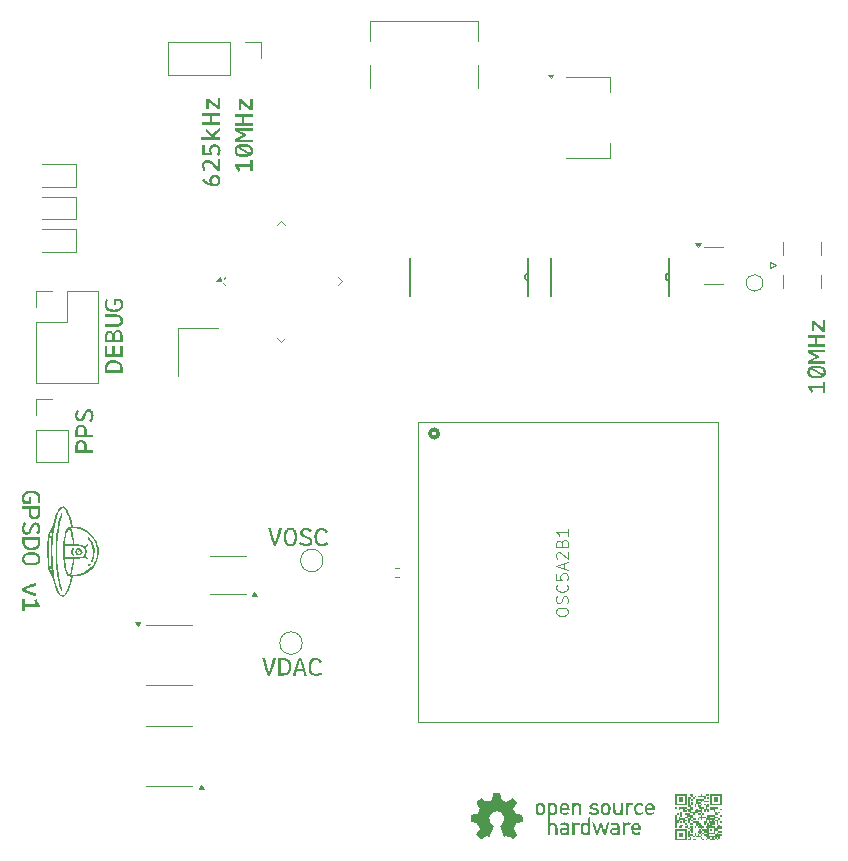
<source format=gbr>
%TF.GenerationSoftware,KiCad,Pcbnew,9.0.4*%
%TF.CreationDate,2025-10-01T21:18:27+02:00*%
%TF.ProjectId,gpsdo,67707364-6f2e-46b6-9963-61645f706362,rev?*%
%TF.SameCoordinates,Original*%
%TF.FileFunction,Legend,Top*%
%TF.FilePolarity,Positive*%
%FSLAX46Y46*%
G04 Gerber Fmt 4.6, Leading zero omitted, Abs format (unit mm)*
G04 Created by KiCad (PCBNEW 9.0.4) date 2025-10-01 21:18:27*
%MOMM*%
%LPD*%
G01*
G04 APERTURE LIST*
%ADD10C,0.187500*%
%ADD11C,0.300000*%
%ADD12C,0.100000*%
%ADD13C,0.152400*%
%ADD14C,0.120000*%
%ADD15C,0.000000*%
G04 APERTURE END LIST*
D10*
G36*
X116617553Y-93796117D02*
G01*
X116758110Y-93822978D01*
X116878818Y-93865278D01*
X116964102Y-93910125D01*
X117037025Y-93962893D01*
X117098886Y-94023675D01*
X117150569Y-94092973D01*
X117190896Y-94168971D01*
X117220346Y-94253204D01*
X117238643Y-94346954D01*
X117245000Y-94451735D01*
X117245000Y-94865177D01*
X115754904Y-94865177D01*
X115754904Y-94439371D01*
X115937812Y-94439371D01*
X115937812Y-94660013D01*
X117062092Y-94660013D01*
X117062092Y-94452010D01*
X117055526Y-94362221D01*
X117037186Y-94287848D01*
X117008420Y-94226147D01*
X116968443Y-94170610D01*
X116920930Y-94123916D01*
X116865263Y-94085371D01*
X116771997Y-94041705D01*
X116668434Y-94012831D01*
X116560767Y-93997007D01*
X116453653Y-93991765D01*
X116327674Y-94000547D01*
X116224372Y-94024941D01*
X116139725Y-94062902D01*
X116070527Y-94113673D01*
X116013122Y-94178772D01*
X115972073Y-94253377D01*
X115946697Y-94339360D01*
X115937812Y-94439371D01*
X115754904Y-94439371D01*
X115754904Y-94439187D01*
X115764214Y-94313429D01*
X115791724Y-94194822D01*
X115821217Y-94119839D01*
X115860583Y-94050441D01*
X115910243Y-93985995D01*
X115968967Y-93929937D01*
X116040078Y-93881281D01*
X116125299Y-93840090D01*
X116215728Y-93811621D01*
X116324156Y-93793213D01*
X116453744Y-93786601D01*
X116617553Y-93796117D01*
G37*
G36*
X117062092Y-92552686D02*
G01*
X117245000Y-92552686D01*
X117245000Y-93505233D01*
X115754904Y-93505233D01*
X115754904Y-92567341D01*
X115937812Y-92567341D01*
X115937812Y-93297963D01*
X116376258Y-93297963D01*
X116376258Y-92620097D01*
X116559166Y-92620097D01*
X116559166Y-93300069D01*
X117062092Y-93300069D01*
X117062092Y-92552686D01*
G37*
G36*
X116909517Y-91219077D02*
G01*
X116977723Y-91235246D01*
X117033699Y-91260428D01*
X117083912Y-91295748D01*
X117126108Y-91338483D01*
X117160919Y-91389296D01*
X117199965Y-91474980D01*
X117226132Y-91572753D01*
X117240200Y-91675830D01*
X117245000Y-91785428D01*
X117245000Y-92250802D01*
X115754904Y-92250802D01*
X115754904Y-91783871D01*
X115937812Y-91783871D01*
X115937812Y-92045638D01*
X116377449Y-92045638D01*
X116377449Y-91785519D01*
X116560356Y-91785519D01*
X116560356Y-92045638D01*
X117062092Y-92045638D01*
X117062092Y-91785519D01*
X117058287Y-91690701D01*
X117047346Y-91605085D01*
X117032617Y-91551488D01*
X117009665Y-91506893D01*
X116978561Y-91469805D01*
X116939300Y-91442808D01*
X116885411Y-91425057D01*
X116812232Y-91418422D01*
X116743528Y-91424925D01*
X116691584Y-91442554D01*
X116652497Y-91469805D01*
X116607865Y-91528103D01*
X116579407Y-91605085D01*
X116565257Y-91690845D01*
X116560356Y-91785519D01*
X116377449Y-91785519D01*
X116377449Y-91783871D01*
X116370679Y-91689019D01*
X116352696Y-91618736D01*
X116325975Y-91567441D01*
X116286190Y-91528440D01*
X116230846Y-91503753D01*
X116154516Y-91494626D01*
X116081025Y-91503670D01*
X116027303Y-91528269D01*
X115988278Y-91567441D01*
X115962110Y-91618655D01*
X115944462Y-91688934D01*
X115937812Y-91783871D01*
X115754904Y-91783871D01*
X115754904Y-91783779D01*
X115761416Y-91667465D01*
X115779567Y-91570300D01*
X115807730Y-91489321D01*
X115844938Y-91421994D01*
X115895122Y-91365088D01*
X115957107Y-91324270D01*
X116033329Y-91298637D01*
X116127588Y-91289462D01*
X116204798Y-91297339D01*
X116272185Y-91320097D01*
X116331837Y-91357606D01*
X116383453Y-91406886D01*
X116426977Y-91465541D01*
X116462629Y-91534743D01*
X116491563Y-91448964D01*
X116530956Y-91372993D01*
X116583052Y-91307571D01*
X116648742Y-91256856D01*
X116698846Y-91233297D01*
X116757481Y-91218492D01*
X116826428Y-91213258D01*
X116909517Y-91219077D01*
G37*
G36*
X115750233Y-90117096D02*
G01*
X115750233Y-89906071D01*
X116660557Y-89906071D01*
X116776377Y-89912050D01*
X116873181Y-89928693D01*
X116953831Y-89954431D01*
X117029930Y-89991405D01*
X117092383Y-90033893D01*
X117142967Y-90081742D01*
X117203796Y-90165194D01*
X117243900Y-90255216D01*
X117266837Y-90350129D01*
X117274309Y-90442428D01*
X117266840Y-90534659D01*
X117243900Y-90629640D01*
X117203791Y-90719740D01*
X117142967Y-90803205D01*
X117092400Y-90850952D01*
X117029947Y-90893410D01*
X116953831Y-90930425D01*
X116873181Y-90956163D01*
X116776377Y-90972806D01*
X116660557Y-90978785D01*
X115750233Y-90978785D01*
X115750233Y-90767759D01*
X116661106Y-90767759D01*
X116757255Y-90762061D01*
X116834305Y-90746463D01*
X116895671Y-90722697D01*
X116951452Y-90688241D01*
X116994704Y-90648424D01*
X117027104Y-90602987D01*
X117058622Y-90525617D01*
X117069145Y-90442428D01*
X117058622Y-90359239D01*
X117027104Y-90281869D01*
X116994701Y-90236438D01*
X116951449Y-90196653D01*
X116895671Y-90162251D01*
X116834299Y-90138435D01*
X116757249Y-90122805D01*
X116661106Y-90117096D01*
X115750233Y-90117096D01*
G37*
G36*
X116534528Y-89125623D02*
G01*
X116534528Y-88587159D01*
X117113475Y-88587159D01*
X117169050Y-88662676D01*
X117211315Y-88736152D01*
X117241611Y-88808077D01*
X117269936Y-88925067D01*
X117280170Y-89068928D01*
X117269261Y-89200874D01*
X117238077Y-89315164D01*
X117187755Y-89414959D01*
X117118207Y-89502416D01*
X117030461Y-89575848D01*
X116921958Y-89635877D01*
X116803944Y-89677154D01*
X116666676Y-89703353D01*
X116506867Y-89712630D01*
X116354787Y-89705039D01*
X116223556Y-89683601D01*
X116110410Y-89649938D01*
X116012911Y-89605115D01*
X115929019Y-89549598D01*
X115855559Y-89479852D01*
X115798367Y-89398865D01*
X115756495Y-89305044D01*
X115730199Y-89196010D01*
X115720924Y-89068745D01*
X115729993Y-88935988D01*
X115755729Y-88821541D01*
X115796757Y-88717214D01*
X115845305Y-88635336D01*
X115994965Y-88729492D01*
X115951582Y-88809322D01*
X115925630Y-88898111D01*
X115912511Y-88988853D01*
X115908503Y-89064715D01*
X115915717Y-89157447D01*
X115936018Y-89235215D01*
X115968176Y-89300682D01*
X116012071Y-89355878D01*
X116068695Y-89402045D01*
X116149801Y-89445489D01*
X116247701Y-89478484D01*
X116365515Y-89499805D01*
X116506867Y-89507466D01*
X116645353Y-89499042D01*
X116760782Y-89475548D01*
X116856863Y-89438990D01*
X116936704Y-89390413D01*
X117005149Y-89326123D01*
X117053115Y-89252507D01*
X117082388Y-89167711D01*
X117092592Y-89068745D01*
X117084753Y-88966414D01*
X117062083Y-88874880D01*
X117025181Y-88792323D01*
X116717435Y-88792323D01*
X116717435Y-89125623D01*
X116534528Y-89125623D01*
G37*
D11*
G36*
X125144455Y-78096242D02*
G01*
X125223045Y-78116367D01*
X125295697Y-78149533D01*
X125361179Y-78194971D01*
X125416680Y-78251213D01*
X125462943Y-78319343D01*
X125496299Y-78394686D01*
X125517051Y-78480437D01*
X125524309Y-78578637D01*
X125516248Y-78677864D01*
X125493082Y-78765022D01*
X125455524Y-78842236D01*
X125403899Y-78910833D01*
X125340848Y-78967844D01*
X125265106Y-79014061D01*
X125182072Y-79046865D01*
X125089983Y-79067126D01*
X124987219Y-79074145D01*
X124866570Y-79066516D01*
X124740960Y-79043068D01*
X124609333Y-79002614D01*
X124470645Y-78943536D01*
X124341353Y-78872549D01*
X124213185Y-78784859D01*
X124085742Y-78679165D01*
X123958743Y-78553907D01*
X124108036Y-78407911D01*
X124206334Y-78507307D01*
X124302237Y-78590879D01*
X124395998Y-78660061D01*
X124495319Y-78720713D01*
X124591876Y-78767853D01*
X124686159Y-78802577D01*
X124643112Y-78743890D01*
X124612162Y-78678224D01*
X124593060Y-78604265D01*
X124590895Y-78576897D01*
X124775185Y-78576897D01*
X124784186Y-78653589D01*
X124810039Y-78718414D01*
X124852855Y-78774092D01*
X124908807Y-78816402D01*
X124975635Y-78842283D01*
X125056461Y-78851395D01*
X125135878Y-78842335D01*
X125202055Y-78816503D01*
X125257962Y-78774092D01*
X125300723Y-78718420D01*
X125326548Y-78653595D01*
X125335539Y-78576897D01*
X125326292Y-78499065D01*
X125299769Y-78433646D01*
X125255855Y-78377778D01*
X125198736Y-78335031D01*
X125133120Y-78309301D01*
X125056461Y-78300383D01*
X124977016Y-78309419D01*
X124910444Y-78335235D01*
X124853862Y-78377686D01*
X124810550Y-78433482D01*
X124784336Y-78498932D01*
X124775185Y-78576897D01*
X124590895Y-78576897D01*
X124586416Y-78520293D01*
X124593329Y-78443542D01*
X124613743Y-78372128D01*
X124647874Y-78304780D01*
X124693498Y-78244268D01*
X124748946Y-78192262D01*
X124815211Y-78148251D01*
X124887869Y-78116020D01*
X124968458Y-78096210D01*
X125058568Y-78089357D01*
X125144455Y-78096242D01*
G37*
G36*
X124165922Y-77775292D02*
G01*
X124082810Y-77667811D01*
X124019101Y-77547413D01*
X123989434Y-77461350D01*
X123971280Y-77368690D01*
X123965062Y-77268335D01*
X123971851Y-77182363D01*
X123991489Y-77105559D01*
X124023497Y-77036335D01*
X124067196Y-76973748D01*
X124119328Y-76921753D01*
X124180576Y-76879439D01*
X124248342Y-76848466D01*
X124321855Y-76829648D01*
X124402410Y-76823203D01*
X124490728Y-76828357D01*
X124565678Y-76842836D01*
X124629281Y-76865518D01*
X124717776Y-76913733D01*
X124794419Y-76972221D01*
X124935836Y-77101823D01*
X125306230Y-77452800D01*
X125306230Y-76782170D01*
X125495000Y-76782170D01*
X125495000Y-77749371D01*
X125307971Y-77749371D01*
X124931623Y-77377329D01*
X124776834Y-77220158D01*
X124696616Y-77146957D01*
X124612886Y-77087718D01*
X124553025Y-77057950D01*
X124490206Y-77040211D01*
X124423384Y-77034228D01*
X124352524Y-77042440D01*
X124290680Y-77066312D01*
X124235714Y-77106219D01*
X124193737Y-77158731D01*
X124167771Y-77223943D01*
X124158503Y-77305613D01*
X124167924Y-77393050D01*
X124197337Y-77484856D01*
X124243218Y-77573039D01*
X124305232Y-77658238D01*
X124165922Y-77775292D01*
G37*
G36*
X124187812Y-75587914D02*
G01*
X124187812Y-76219434D01*
X124645584Y-76219434D01*
X124606217Y-76166471D01*
X124572769Y-76096794D01*
X124551514Y-76019535D01*
X124544193Y-75933395D01*
X124550975Y-75859255D01*
X124571034Y-75790090D01*
X124604643Y-75724659D01*
X124649610Y-75666222D01*
X124705279Y-75615769D01*
X124772896Y-75572893D01*
X124846801Y-75541936D01*
X124930112Y-75522715D01*
X125024588Y-75516015D01*
X125123178Y-75523080D01*
X125210704Y-75543414D01*
X125288920Y-75576282D01*
X125359939Y-75622096D01*
X125418814Y-75677861D01*
X125466698Y-75744351D01*
X125501378Y-75818580D01*
X125522750Y-75901824D01*
X125530170Y-75995952D01*
X125525176Y-76086639D01*
X125510729Y-76168965D01*
X125487397Y-76243981D01*
X125454282Y-76315198D01*
X125406690Y-76392002D01*
X125342317Y-76475248D01*
X125207312Y-76333190D01*
X125268640Y-76257922D01*
X125308978Y-76185546D01*
X125332834Y-76106370D01*
X125341401Y-76008775D01*
X125332055Y-75934860D01*
X125304577Y-75869332D01*
X125257870Y-75809931D01*
X125197320Y-75765173D01*
X125121345Y-75737125D01*
X125025504Y-75727041D01*
X124941410Y-75735205D01*
X124872050Y-75758199D01*
X124814386Y-75795093D01*
X124769306Y-75845199D01*
X124742352Y-75904628D01*
X124732962Y-75976352D01*
X124737632Y-76038265D01*
X124751921Y-76101648D01*
X124774058Y-76163339D01*
X124802571Y-76221632D01*
X124802571Y-76412875D01*
X123999043Y-76412875D01*
X123999043Y-75587914D01*
X124187812Y-75587914D01*
G37*
G36*
X125495000Y-74370669D02*
G01*
X124973663Y-74804261D01*
X125113248Y-74935694D01*
X125495000Y-74935694D01*
X125495000Y-75146720D01*
X123912306Y-75146720D01*
X123912306Y-74935694D01*
X124829682Y-74935694D01*
X124334357Y-74467206D01*
X124334357Y-74223482D01*
X124359453Y-74223482D01*
X124832888Y-74672095D01*
X125469995Y-74132623D01*
X125495000Y-74132623D01*
X125495000Y-74370669D01*
G37*
G36*
X123994371Y-73874703D02*
G01*
X123994371Y-73663677D01*
X124620396Y-73663677D01*
X124620396Y-73112665D01*
X123994371Y-73112665D01*
X123994371Y-72901639D01*
X125495000Y-72901639D01*
X125495000Y-73112665D01*
X124809166Y-73112665D01*
X124809166Y-73663677D01*
X125495000Y-73663677D01*
X125495000Y-73874703D01*
X123994371Y-73874703D01*
G37*
G36*
X125308154Y-72567515D02*
G01*
X124523127Y-71926195D01*
X124523127Y-72555792D01*
X124334357Y-72555792D01*
X124334357Y-71653070D01*
X124521203Y-71653070D01*
X125306230Y-72295215D01*
X125306230Y-71617899D01*
X125495000Y-71617899D01*
X125495000Y-72567515D01*
X125308154Y-72567515D01*
G37*
G36*
X113828023Y-100556713D02*
G01*
X113919104Y-100580529D01*
X113997486Y-100618622D01*
X114065211Y-100671057D01*
X114118741Y-100736024D01*
X114158769Y-100817417D01*
X114184616Y-100918875D01*
X114193988Y-101045115D01*
X114193988Y-101410013D01*
X114745000Y-101410013D01*
X114745000Y-101621039D01*
X113249043Y-101621039D01*
X113249043Y-101044748D01*
X113249110Y-101043832D01*
X113437812Y-101043832D01*
X113437812Y-101410013D01*
X114005218Y-101410013D01*
X114005218Y-101043832D01*
X113995008Y-100948421D01*
X113967304Y-100877350D01*
X113923977Y-100824655D01*
X113866266Y-100785686D01*
X113799610Y-100761947D01*
X113721561Y-100753672D01*
X113637871Y-100762225D01*
X113570142Y-100786181D01*
X113514931Y-100824563D01*
X113473998Y-100876914D01*
X113447591Y-100947984D01*
X113437812Y-101043832D01*
X113249110Y-101043832D01*
X113258556Y-100914989D01*
X113284612Y-100812250D01*
X113324648Y-100731235D01*
X113377820Y-100667851D01*
X113445343Y-100616911D01*
X113523668Y-100579788D01*
X113614850Y-100556527D01*
X113721561Y-100548325D01*
X113828023Y-100556713D01*
G37*
G36*
X113828023Y-99255387D02*
G01*
X113919104Y-99279203D01*
X113997486Y-99317296D01*
X114065211Y-99369731D01*
X114118741Y-99434698D01*
X114158769Y-99516091D01*
X114184616Y-99617549D01*
X114193988Y-99743789D01*
X114193988Y-100108688D01*
X114745000Y-100108688D01*
X114745000Y-100319713D01*
X113249043Y-100319713D01*
X113249043Y-99743422D01*
X113249110Y-99742506D01*
X113437812Y-99742506D01*
X113437812Y-100108688D01*
X114005218Y-100108688D01*
X114005218Y-99742506D01*
X113995008Y-99647095D01*
X113967304Y-99576024D01*
X113923977Y-99523329D01*
X113866266Y-99484360D01*
X113799610Y-99460621D01*
X113721561Y-99452346D01*
X113637871Y-99460899D01*
X113570142Y-99484855D01*
X113514931Y-99523237D01*
X113473998Y-99575588D01*
X113447591Y-99646658D01*
X113437812Y-99742506D01*
X113249110Y-99742506D01*
X113258556Y-99613663D01*
X113284612Y-99510924D01*
X113324648Y-99429909D01*
X113377820Y-99366525D01*
X113445343Y-99315585D01*
X113523668Y-99278462D01*
X113614850Y-99255201D01*
X113721561Y-99246999D01*
X113828023Y-99255387D01*
G37*
G36*
X114549544Y-99041377D02*
G01*
X114401716Y-98905089D01*
X114477486Y-98807003D01*
X114533974Y-98696994D01*
X114569282Y-98579456D01*
X114580868Y-98461697D01*
X114573456Y-98364366D01*
X114553130Y-98287245D01*
X114521792Y-98226308D01*
X114476929Y-98177244D01*
X114424384Y-98148844D01*
X114361416Y-98139113D01*
X114320793Y-98144221D01*
X114284782Y-98159231D01*
X114252148Y-98184726D01*
X114210111Y-98235575D01*
X114169899Y-98304618D01*
X114099832Y-98469116D01*
X114026376Y-98649825D01*
X113982750Y-98737210D01*
X113933686Y-98815239D01*
X113875518Y-98883421D01*
X113808023Y-98936688D01*
X113757403Y-98961975D01*
X113699066Y-98977700D01*
X113631344Y-98983217D01*
X113564975Y-98977722D01*
X113505460Y-98961782D01*
X113451550Y-98935681D01*
X113379849Y-98880939D01*
X113320575Y-98811209D01*
X113274463Y-98730987D01*
X113241441Y-98643780D01*
X113221476Y-98553637D01*
X113215062Y-98469024D01*
X113221375Y-98374756D01*
X113240170Y-98283837D01*
X113271574Y-98195442D01*
X113314823Y-98112375D01*
X113368976Y-98037614D01*
X113434606Y-97970403D01*
X113566222Y-98111270D01*
X113491441Y-98201252D01*
X113447612Y-98281537D01*
X113423014Y-98367589D01*
X113414364Y-98468383D01*
X113420740Y-98536760D01*
X113440376Y-98607052D01*
X113472472Y-98671961D01*
X113515115Y-98724563D01*
X113549859Y-98751261D01*
X113587617Y-98766900D01*
X113629603Y-98772191D01*
X113671820Y-98767083D01*
X113709298Y-98752097D01*
X113743268Y-98726762D01*
X113787063Y-98675724D01*
X113828539Y-98606136D01*
X113901812Y-98440906D01*
X113977375Y-98261662D01*
X114020597Y-98175174D01*
X114068966Y-98096707D01*
X114126145Y-98027787D01*
X114192522Y-97974524D01*
X114242383Y-97949178D01*
X114299008Y-97933538D01*
X114363889Y-97928087D01*
X114455183Y-97937102D01*
X114534487Y-97963063D01*
X114604270Y-98005636D01*
X114666140Y-98066207D01*
X114713248Y-98137387D01*
X114748836Y-98224883D01*
X114771857Y-98332053D01*
X114780170Y-98462979D01*
X114772815Y-98573779D01*
X114750973Y-98679969D01*
X114714591Y-98782540D01*
X114666006Y-98880427D01*
X114610960Y-98966334D01*
X114549544Y-99041377D01*
G37*
G36*
X128056230Y-76851081D02*
G01*
X128245000Y-76851081D01*
X128245000Y-77806559D01*
X128056230Y-77806559D01*
X128056230Y-77419678D01*
X127090586Y-77419678D01*
X127148776Y-77511558D01*
X127195809Y-77615706D01*
X127231361Y-77733744D01*
X127034349Y-77822404D01*
X126995143Y-77695826D01*
X126930942Y-77568514D01*
X126875852Y-77489656D01*
X126814715Y-77423820D01*
X126747302Y-77369761D01*
X126747302Y-77202791D01*
X128056230Y-77202791D01*
X128056230Y-76851081D01*
G37*
G36*
X127660841Y-75512307D02*
G01*
X127807194Y-75530979D01*
X127901232Y-75552427D01*
X127983774Y-75581050D01*
X128056139Y-75616342D01*
X128121740Y-75661550D01*
X128176380Y-75715829D01*
X128221003Y-75779924D01*
X128252718Y-75851219D01*
X128272940Y-75936721D01*
X128280170Y-76039401D01*
X128272962Y-76142015D01*
X128252758Y-76227891D01*
X128221003Y-76299886D01*
X128176439Y-76364803D01*
X128121791Y-76420157D01*
X128056139Y-76466673D01*
X127983673Y-76503218D01*
X127901126Y-76532870D01*
X127807194Y-76555150D01*
X127660804Y-76574640D01*
X127497616Y-76581437D01*
X127332756Y-76574605D01*
X127187031Y-76555150D01*
X127093777Y-76532901D01*
X127011548Y-76503258D01*
X126939094Y-76466673D01*
X126873441Y-76420157D01*
X126818794Y-76364803D01*
X126774230Y-76299886D01*
X126742474Y-76227891D01*
X126722270Y-76142015D01*
X126715075Y-76039584D01*
X126908503Y-76039584D01*
X126913912Y-76110713D01*
X126928864Y-76168087D01*
X126952100Y-76214340D01*
X126984802Y-76254504D01*
X127025690Y-76287644D01*
X127075931Y-76314083D01*
X127160257Y-76341356D01*
X127262960Y-76358962D01*
X127372070Y-76367428D01*
X127495510Y-76370411D01*
X127695728Y-76363084D01*
X127785579Y-76351851D01*
X127857661Y-76334782D01*
X126983699Y-75829291D01*
X126952335Y-75866910D01*
X126928195Y-75914929D01*
X126913779Y-75969822D01*
X126908503Y-76039584D01*
X126715075Y-76039584D01*
X126715062Y-76039401D01*
X126722303Y-75936727D01*
X126742555Y-75851225D01*
X126774322Y-75779924D01*
X126797320Y-75746859D01*
X127142060Y-75746859D01*
X128013640Y-76250061D01*
X128043222Y-76212475D01*
X128067038Y-76163415D01*
X128081517Y-76107783D01*
X128086730Y-76039584D01*
X128081129Y-75967205D01*
X128065783Y-75910036D01*
X128042125Y-75865012D01*
X128008856Y-75826262D01*
X127967632Y-75794509D01*
X127917287Y-75769482D01*
X127833018Y-75744009D01*
X127729250Y-75727717D01*
X127619104Y-75719989D01*
X127495510Y-75717275D01*
X127300512Y-75723595D01*
X127211636Y-75732993D01*
X127142060Y-75746859D01*
X126797320Y-75746859D01*
X126818896Y-75715838D01*
X126873533Y-75661559D01*
X126939186Y-75616342D01*
X127051265Y-75565844D01*
X127187031Y-75530979D01*
X127332718Y-75512341D01*
X127497616Y-75505792D01*
X127660841Y-75512307D01*
G37*
G36*
X126744371Y-75327006D02*
G01*
X126744371Y-75089968D01*
X126920558Y-74995514D01*
X127101943Y-74905778D01*
X127286221Y-74821652D01*
X127472062Y-74743754D01*
X127286221Y-74665947D01*
X127101943Y-74581912D01*
X126920559Y-74492085D01*
X126744371Y-74397540D01*
X126744371Y-74160502D01*
X128245000Y-74160502D01*
X128245000Y-74371528D01*
X127098005Y-74371528D01*
X127385417Y-74515875D01*
X127697651Y-74655918D01*
X127697651Y-74831590D01*
X127385417Y-74971816D01*
X127098005Y-75115980D01*
X128245000Y-75115980D01*
X128245000Y-75327006D01*
X126744371Y-75327006D01*
G37*
G36*
X126744371Y-73926029D02*
G01*
X126744371Y-73715003D01*
X127370396Y-73715003D01*
X127370396Y-73163991D01*
X126744371Y-73163991D01*
X126744371Y-72952965D01*
X128245000Y-72952965D01*
X128245000Y-73163991D01*
X127559166Y-73163991D01*
X127559166Y-73715003D01*
X128245000Y-73715003D01*
X128245000Y-73926029D01*
X126744371Y-73926029D01*
G37*
G36*
X128058154Y-72618841D02*
G01*
X127273127Y-71977520D01*
X127273127Y-72607117D01*
X127084357Y-72607117D01*
X127084357Y-71704396D01*
X127271203Y-71704396D01*
X128056230Y-72346541D01*
X128056230Y-71669225D01*
X128245000Y-71669225D01*
X128245000Y-72618841D01*
X128058154Y-72618841D01*
G37*
D10*
G36*
X129579775Y-108003164D02*
G01*
X129791900Y-108003164D01*
X129881690Y-108388559D01*
X129966198Y-108719773D01*
X130058055Y-109031395D01*
X130151029Y-109291209D01*
X130243934Y-109031399D01*
X130335768Y-108719773D01*
X130420276Y-108388559D01*
X130510066Y-108003164D01*
X130722191Y-108003164D01*
X130610539Y-108468079D01*
X130502739Y-108854228D01*
X130422172Y-109101133D01*
X130341185Y-109313559D01*
X130260205Y-109495000D01*
X130041761Y-109495000D01*
X129961853Y-109313676D01*
X129881258Y-109101249D01*
X129800327Y-108854228D01*
X129691763Y-108468072D01*
X129579775Y-108003164D01*
G37*
G36*
X131552370Y-107978170D02*
G01*
X131639813Y-107998580D01*
X131714030Y-108030825D01*
X131781296Y-108075926D01*
X131839028Y-108131314D01*
X131887962Y-108197887D01*
X131944210Y-108311390D01*
X131984316Y-108445915D01*
X132006872Y-108589982D01*
X132014724Y-108750547D01*
X132006872Y-108911205D01*
X131984316Y-109055362D01*
X131944214Y-109189808D01*
X131887962Y-109303299D01*
X131839037Y-109369821D01*
X131781306Y-109425212D01*
X131714030Y-109470362D01*
X131639819Y-109502555D01*
X131552375Y-109522935D01*
X131449057Y-109530170D01*
X131347111Y-109522967D01*
X131260292Y-109502617D01*
X131186099Y-109470362D01*
X131118811Y-109425259D01*
X131060731Y-109369868D01*
X131011161Y-109303299D01*
X130971282Y-109229731D01*
X130938696Y-109147431D01*
X130913708Y-109055362D01*
X130891219Y-108911208D01*
X130883391Y-108750547D01*
X131088555Y-108750547D01*
X131092576Y-108866687D01*
X131104309Y-108975220D01*
X131126771Y-109078178D01*
X131160179Y-109165180D01*
X131208266Y-109239897D01*
X131269814Y-109295331D01*
X131318362Y-109320699D01*
X131377302Y-109336817D01*
X131449057Y-109342592D01*
X131520816Y-109336838D01*
X131580125Y-109320736D01*
X131629309Y-109295331D01*
X131672484Y-109260249D01*
X131708921Y-109217194D01*
X131738943Y-109165180D01*
X131771567Y-109078240D01*
X131793715Y-108975220D01*
X131805516Y-108866684D01*
X131809560Y-108750547D01*
X131805507Y-108634609D01*
X131793715Y-108526974D01*
X131771601Y-108424837D01*
X131738943Y-108338021D01*
X131691560Y-108263231D01*
X131629309Y-108206863D01*
X131580049Y-108180837D01*
X131520743Y-108164378D01*
X131449057Y-108158503D01*
X131377377Y-108164398D01*
X131318439Y-108180874D01*
X131269814Y-108206863D01*
X131208219Y-108263103D01*
X131160179Y-108338021D01*
X131126736Y-108424898D01*
X131104309Y-108526974D01*
X131092585Y-108634607D01*
X131088555Y-108750547D01*
X130883391Y-108750547D01*
X130891219Y-108589979D01*
X130913708Y-108445915D01*
X130938699Y-108353786D01*
X130971286Y-108271456D01*
X131011161Y-108197887D01*
X131060740Y-108131267D01*
X131118821Y-108075879D01*
X131186099Y-108030825D01*
X131260298Y-107998518D01*
X131347117Y-107978138D01*
X131449057Y-107970924D01*
X131552370Y-107978170D01*
G37*
G36*
X132209813Y-109302292D02*
G01*
X132342162Y-109158769D01*
X132438764Y-109233185D01*
X132548975Y-109289652D01*
X132667066Y-109325099D01*
X132785371Y-109336730D01*
X132883282Y-109329251D01*
X132961055Y-109308716D01*
X133022684Y-109277013D01*
X133072289Y-109231590D01*
X133101031Y-109178300D01*
X133110886Y-109114347D01*
X133105698Y-109072958D01*
X133090469Y-109036347D01*
X133064632Y-109003247D01*
X133013245Y-108960736D01*
X132943915Y-108920357D01*
X132779143Y-108850015D01*
X132598525Y-108776651D01*
X132511341Y-108733147D01*
X132433661Y-108684327D01*
X132365817Y-108626428D01*
X132312944Y-108559488D01*
X132287858Y-108509309D01*
X132272257Y-108451457D01*
X132266782Y-108384275D01*
X132272235Y-108318445D01*
X132288052Y-108259416D01*
X132313952Y-108205947D01*
X132368299Y-108134755D01*
X132437600Y-108075887D01*
X132517358Y-108030029D01*
X132604112Y-107997211D01*
X132693877Y-107977313D01*
X132778044Y-107970924D01*
X132871891Y-107977205D01*
X132962414Y-107995909D01*
X133050436Y-108027161D01*
X133133201Y-108070179D01*
X133206961Y-108123425D01*
X133272544Y-108187354D01*
X133135799Y-108315123D01*
X133047234Y-108241694D01*
X132966630Y-108197887D01*
X132880020Y-108173082D01*
X132778685Y-108164364D01*
X132709765Y-108170807D01*
X132638917Y-108190651D01*
X132573470Y-108223023D01*
X132520215Y-108266214D01*
X132493176Y-108301423D01*
X132477317Y-108339783D01*
X132471946Y-108382534D01*
X132477134Y-108425517D01*
X132492338Y-108463596D01*
X132518017Y-108498031D01*
X132569587Y-108542319D01*
X132639467Y-108584035D01*
X132804972Y-108657399D01*
X132984124Y-108732962D01*
X133070411Y-108776062D01*
X133148530Y-108824187D01*
X133217167Y-108881107D01*
X133269979Y-108946919D01*
X133295125Y-108996339D01*
X133310641Y-109052478D01*
X133316050Y-109116820D01*
X133307096Y-109207441D01*
X133281310Y-109286166D01*
X133239020Y-109355444D01*
X133178846Y-109416872D01*
X133108143Y-109463658D01*
X133021146Y-109499019D01*
X132914489Y-109521903D01*
X132784089Y-109530170D01*
X132673712Y-109522837D01*
X132567887Y-109501058D01*
X132465627Y-109464774D01*
X132368032Y-109416437D01*
X132283175Y-109362231D01*
X132209813Y-109302292D01*
G37*
G36*
X134121227Y-109530170D02*
G01*
X133989841Y-109519265D01*
X133876005Y-109488087D01*
X133776570Y-109437755D01*
X133689537Y-109368238D01*
X133616434Y-109280500D01*
X133556659Y-109171958D01*
X133515535Y-109053959D01*
X133489427Y-108916691D01*
X133480181Y-108756867D01*
X133487574Y-108604513D01*
X133508438Y-108473143D01*
X133541156Y-108360001D01*
X133584637Y-108262646D01*
X133638359Y-108179019D01*
X133706674Y-108104052D01*
X133783480Y-108046661D01*
X133869893Y-108005358D01*
X133967727Y-107979822D01*
X134079370Y-107970924D01*
X134207029Y-107980935D01*
X134311717Y-108008835D01*
X134397740Y-108052623D01*
X134472181Y-108114331D01*
X134539246Y-108198085D01*
X134598874Y-108308071D01*
X134428790Y-108392335D01*
X134385010Y-108318515D01*
X134338073Y-108261029D01*
X134288014Y-108217487D01*
X134230743Y-108185538D01*
X134162996Y-108165569D01*
X134082301Y-108158503D01*
X133992900Y-108168634D01*
X133916135Y-108197861D01*
X133849131Y-108246319D01*
X133790308Y-108316589D01*
X133747263Y-108396570D01*
X133714397Y-108494248D01*
X133693050Y-108613030D01*
X133685345Y-108756867D01*
X133693709Y-108896669D01*
X133716977Y-109012617D01*
X133753063Y-109108580D01*
X133800841Y-109187803D01*
X133864330Y-109255715D01*
X133937255Y-109303343D01*
X134021484Y-109332439D01*
X134120036Y-109342592D01*
X134229790Y-109333816D01*
X134323735Y-109308886D01*
X134411593Y-109265628D01*
X134504352Y-109197237D01*
X134624062Y-109350927D01*
X134545870Y-109410479D01*
X134469560Y-109455854D01*
X134394626Y-109488497D01*
X134316062Y-109510897D01*
X134225520Y-109525138D01*
X134121227Y-109530170D01*
G37*
G36*
X129079775Y-119003164D02*
G01*
X129291900Y-119003164D01*
X129381690Y-119388559D01*
X129466198Y-119719773D01*
X129558055Y-120031395D01*
X129651029Y-120291209D01*
X129743934Y-120031399D01*
X129835768Y-119719773D01*
X129920276Y-119388559D01*
X130010066Y-119003164D01*
X130222191Y-119003164D01*
X130110539Y-119468079D01*
X130002739Y-119854228D01*
X129922172Y-120101133D01*
X129841185Y-120313559D01*
X129760205Y-120495000D01*
X129541761Y-120495000D01*
X129461853Y-120313676D01*
X129381258Y-120101249D01*
X129300327Y-119854228D01*
X129191763Y-119468072D01*
X129079775Y-119003164D01*
G37*
G36*
X130987896Y-119014214D02*
G01*
X131106502Y-119041724D01*
X131181486Y-119071217D01*
X131250884Y-119110583D01*
X131315330Y-119160243D01*
X131371388Y-119218967D01*
X131420044Y-119290078D01*
X131461235Y-119375299D01*
X131489704Y-119465728D01*
X131508112Y-119574156D01*
X131514724Y-119703744D01*
X131505208Y-119867553D01*
X131478347Y-120008110D01*
X131436047Y-120128818D01*
X131391200Y-120214102D01*
X131338432Y-120287025D01*
X131277650Y-120348886D01*
X131208352Y-120400569D01*
X131132354Y-120440896D01*
X131048121Y-120470346D01*
X130954371Y-120488643D01*
X130849590Y-120495000D01*
X130436147Y-120495000D01*
X130436147Y-120312092D01*
X130641311Y-120312092D01*
X130849315Y-120312092D01*
X130939104Y-120305526D01*
X131013477Y-120287186D01*
X131075178Y-120258420D01*
X131130715Y-120218443D01*
X131177409Y-120170930D01*
X131215954Y-120115263D01*
X131259619Y-120021997D01*
X131288494Y-119918434D01*
X131304318Y-119810767D01*
X131309560Y-119703653D01*
X131300778Y-119577674D01*
X131276383Y-119474372D01*
X131238422Y-119389725D01*
X131187652Y-119320527D01*
X131122553Y-119263122D01*
X131047948Y-119222073D01*
X130961965Y-119196697D01*
X130861954Y-119187812D01*
X130641311Y-119187812D01*
X130641311Y-120312092D01*
X130436147Y-120312092D01*
X130436147Y-119004904D01*
X130862137Y-119004904D01*
X130987896Y-119014214D01*
G37*
G36*
X132443711Y-119183333D02*
G01*
X132524702Y-119395381D01*
X132605390Y-119643019D01*
X132713222Y-120029963D01*
X132824842Y-120495000D01*
X132612718Y-120495000D01*
X132570769Y-120313008D01*
X132530835Y-120137428D01*
X131976434Y-120137428D01*
X131936501Y-120313008D01*
X131894552Y-120495000D01*
X131682427Y-120495000D01*
X131794383Y-120029969D01*
X131815557Y-119954521D01*
X132022688Y-119954521D01*
X132484673Y-119954521D01*
X132373390Y-119552436D01*
X132313998Y-119369288D01*
X132253681Y-119207321D01*
X132193363Y-119369288D01*
X132133971Y-119552436D01*
X132022688Y-119954521D01*
X131815557Y-119954521D01*
X131902978Y-119643019D01*
X131984032Y-119395265D01*
X132064630Y-119183216D01*
X132144412Y-119003164D01*
X132362857Y-119003164D01*
X132443711Y-119183333D01*
G37*
G36*
X133621227Y-120530170D02*
G01*
X133489841Y-120519265D01*
X133376005Y-120488087D01*
X133276570Y-120437755D01*
X133189537Y-120368238D01*
X133116434Y-120280500D01*
X133056659Y-120171958D01*
X133015535Y-120053959D01*
X132989427Y-119916691D01*
X132980181Y-119756867D01*
X132987574Y-119604513D01*
X133008438Y-119473143D01*
X133041156Y-119360001D01*
X133084637Y-119262646D01*
X133138359Y-119179019D01*
X133206674Y-119104052D01*
X133283480Y-119046661D01*
X133369893Y-119005358D01*
X133467727Y-118979822D01*
X133579370Y-118970924D01*
X133707029Y-118980935D01*
X133811717Y-119008835D01*
X133897740Y-119052623D01*
X133972181Y-119114331D01*
X134039246Y-119198085D01*
X134098874Y-119308071D01*
X133928790Y-119392335D01*
X133885010Y-119318515D01*
X133838073Y-119261029D01*
X133788014Y-119217487D01*
X133730743Y-119185538D01*
X133662996Y-119165569D01*
X133582301Y-119158503D01*
X133492900Y-119168634D01*
X133416135Y-119197861D01*
X133349131Y-119246319D01*
X133290308Y-119316589D01*
X133247263Y-119396570D01*
X133214397Y-119494248D01*
X133193050Y-119613030D01*
X133185345Y-119756867D01*
X133193709Y-119896669D01*
X133216977Y-120012617D01*
X133253063Y-120108580D01*
X133300841Y-120187803D01*
X133364330Y-120255715D01*
X133437255Y-120303343D01*
X133521484Y-120332439D01*
X133620036Y-120342592D01*
X133729790Y-120333816D01*
X133823735Y-120308886D01*
X133911593Y-120265628D01*
X134004352Y-120197237D01*
X134124062Y-120350927D01*
X134045870Y-120410479D01*
X133969560Y-120455854D01*
X133894626Y-120488497D01*
X133816062Y-120510897D01*
X133725520Y-120525138D01*
X133621227Y-120530170D01*
G37*
D11*
G36*
X176556230Y-95601081D02*
G01*
X176745000Y-95601081D01*
X176745000Y-96556559D01*
X176556230Y-96556559D01*
X176556230Y-96169678D01*
X175590586Y-96169678D01*
X175648776Y-96261558D01*
X175695809Y-96365706D01*
X175731361Y-96483744D01*
X175534349Y-96572404D01*
X175495143Y-96445826D01*
X175430942Y-96318514D01*
X175375852Y-96239656D01*
X175314715Y-96173820D01*
X175247302Y-96119761D01*
X175247302Y-95952791D01*
X176556230Y-95952791D01*
X176556230Y-95601081D01*
G37*
G36*
X176160841Y-94262307D02*
G01*
X176307194Y-94280979D01*
X176401232Y-94302427D01*
X176483774Y-94331050D01*
X176556139Y-94366342D01*
X176621740Y-94411550D01*
X176676380Y-94465829D01*
X176721003Y-94529924D01*
X176752718Y-94601219D01*
X176772940Y-94686721D01*
X176780170Y-94789401D01*
X176772962Y-94892015D01*
X176752758Y-94977891D01*
X176721003Y-95049886D01*
X176676439Y-95114803D01*
X176621791Y-95170157D01*
X176556139Y-95216673D01*
X176483673Y-95253218D01*
X176401126Y-95282870D01*
X176307194Y-95305150D01*
X176160804Y-95324640D01*
X175997616Y-95331437D01*
X175832756Y-95324605D01*
X175687031Y-95305150D01*
X175593777Y-95282901D01*
X175511548Y-95253258D01*
X175439094Y-95216673D01*
X175373441Y-95170157D01*
X175318794Y-95114803D01*
X175274230Y-95049886D01*
X175242474Y-94977891D01*
X175222270Y-94892015D01*
X175215075Y-94789584D01*
X175408503Y-94789584D01*
X175413912Y-94860713D01*
X175428864Y-94918087D01*
X175452100Y-94964340D01*
X175484802Y-95004504D01*
X175525690Y-95037644D01*
X175575931Y-95064083D01*
X175660257Y-95091356D01*
X175762960Y-95108962D01*
X175872070Y-95117428D01*
X175995510Y-95120411D01*
X176195728Y-95113084D01*
X176285579Y-95101851D01*
X176357661Y-95084782D01*
X175483699Y-94579291D01*
X175452335Y-94616910D01*
X175428195Y-94664929D01*
X175413779Y-94719822D01*
X175408503Y-94789584D01*
X175215075Y-94789584D01*
X175215062Y-94789401D01*
X175222303Y-94686727D01*
X175242555Y-94601225D01*
X175274322Y-94529924D01*
X175297320Y-94496859D01*
X175642060Y-94496859D01*
X176513640Y-95000061D01*
X176543222Y-94962475D01*
X176567038Y-94913415D01*
X176581517Y-94857783D01*
X176586730Y-94789584D01*
X176581129Y-94717205D01*
X176565783Y-94660036D01*
X176542125Y-94615012D01*
X176508856Y-94576262D01*
X176467632Y-94544509D01*
X176417287Y-94519482D01*
X176333018Y-94494009D01*
X176229250Y-94477717D01*
X176119104Y-94469989D01*
X175995510Y-94467275D01*
X175800512Y-94473595D01*
X175711636Y-94482993D01*
X175642060Y-94496859D01*
X175297320Y-94496859D01*
X175318896Y-94465838D01*
X175373533Y-94411559D01*
X175439186Y-94366342D01*
X175551265Y-94315844D01*
X175687031Y-94280979D01*
X175832718Y-94262341D01*
X175997616Y-94255792D01*
X176160841Y-94262307D01*
G37*
G36*
X175244371Y-94077006D02*
G01*
X175244371Y-93839968D01*
X175420558Y-93745514D01*
X175601943Y-93655778D01*
X175786221Y-93571652D01*
X175972062Y-93493754D01*
X175786221Y-93415947D01*
X175601943Y-93331912D01*
X175420559Y-93242085D01*
X175244371Y-93147540D01*
X175244371Y-92910502D01*
X176745000Y-92910502D01*
X176745000Y-93121528D01*
X175598005Y-93121528D01*
X175885417Y-93265875D01*
X176197651Y-93405918D01*
X176197651Y-93581590D01*
X175885417Y-93721816D01*
X175598005Y-93865980D01*
X176745000Y-93865980D01*
X176745000Y-94077006D01*
X175244371Y-94077006D01*
G37*
G36*
X175244371Y-92676029D02*
G01*
X175244371Y-92465003D01*
X175870396Y-92465003D01*
X175870396Y-91913991D01*
X175244371Y-91913991D01*
X175244371Y-91702965D01*
X176745000Y-91702965D01*
X176745000Y-91913991D01*
X176059166Y-91913991D01*
X176059166Y-92465003D01*
X176745000Y-92465003D01*
X176745000Y-92676029D01*
X175244371Y-92676029D01*
G37*
G36*
X176558154Y-91368841D02*
G01*
X175773127Y-90727520D01*
X175773127Y-91357117D01*
X175584357Y-91357117D01*
X175584357Y-90454396D01*
X175771203Y-90454396D01*
X176556230Y-91096541D01*
X176556230Y-90419225D01*
X176745000Y-90419225D01*
X176745000Y-91368841D01*
X176558154Y-91368841D01*
G37*
G36*
X109471333Y-105419072D02*
G01*
X109471333Y-105963398D01*
X108888081Y-105963398D01*
X108831733Y-105886870D01*
X108789036Y-105812731D01*
X108758572Y-105740465D01*
X108730109Y-105623011D01*
X108719829Y-105478698D01*
X108730789Y-105346217D01*
X108762124Y-105231409D01*
X108812702Y-105131110D01*
X108882594Y-105043209D01*
X108970735Y-104969443D01*
X109079690Y-104909185D01*
X109198144Y-104867703D01*
X109335840Y-104841383D01*
X109496063Y-104832065D01*
X109648519Y-104839685D01*
X109780144Y-104861207D01*
X109893699Y-104895013D01*
X109991615Y-104940041D01*
X110075926Y-104995830D01*
X110149707Y-105065888D01*
X110207150Y-105147241D01*
X110249207Y-105241490D01*
X110275621Y-105351027D01*
X110284937Y-105478881D01*
X110275822Y-105612091D01*
X110249949Y-105727001D01*
X110208530Y-105831972D01*
X110158358Y-105916229D01*
X110003844Y-105818959D01*
X110048366Y-105737412D01*
X110074460Y-105648783D01*
X110087508Y-105558478D01*
X110091496Y-105482911D01*
X110084329Y-105390808D01*
X110064159Y-105313557D01*
X110032204Y-105248514D01*
X109988584Y-105193665D01*
X109932311Y-105147780D01*
X109851733Y-105104665D01*
X109754340Y-105071896D01*
X109636996Y-105050708D01*
X109496063Y-105043091D01*
X109358052Y-105051470D01*
X109243107Y-105074829D01*
X109147510Y-105111160D01*
X109068149Y-105159412D01*
X109000138Y-105223298D01*
X108952482Y-105296426D01*
X108923403Y-105380632D01*
X108913269Y-105478881D01*
X108921004Y-105580763D01*
X108943307Y-105671297D01*
X108979489Y-105752372D01*
X109282564Y-105752372D01*
X109282564Y-105419072D01*
X109471333Y-105419072D01*
G37*
G36*
X110250956Y-106756577D02*
G01*
X110241443Y-106886336D01*
X110215387Y-106989075D01*
X110175351Y-107070090D01*
X110122179Y-107133474D01*
X110054656Y-107184414D01*
X109976331Y-107221537D01*
X109885149Y-107244798D01*
X109778438Y-107253000D01*
X109671976Y-107244612D01*
X109580895Y-107220796D01*
X109502513Y-107182703D01*
X109434788Y-107130268D01*
X109381258Y-107065301D01*
X109341230Y-106983908D01*
X109315383Y-106882450D01*
X109306106Y-106757493D01*
X109494781Y-106757493D01*
X109504991Y-106852904D01*
X109532695Y-106923975D01*
X109576022Y-106976670D01*
X109633733Y-107015639D01*
X109700389Y-107039378D01*
X109778438Y-107047653D01*
X109862128Y-107039100D01*
X109929857Y-107015144D01*
X109985068Y-106976762D01*
X110026001Y-106924411D01*
X110052408Y-106853341D01*
X110062187Y-106757493D01*
X110062187Y-106391311D01*
X109494781Y-106391311D01*
X109494781Y-106757493D01*
X109306106Y-106757493D01*
X109306011Y-106756210D01*
X109306011Y-106391311D01*
X108755000Y-106391311D01*
X108755000Y-106180286D01*
X110250956Y-106180286D01*
X110250956Y-106756577D01*
G37*
G36*
X108950455Y-107458622D02*
G01*
X109098283Y-107594910D01*
X109022513Y-107692996D01*
X108966025Y-107803005D01*
X108930717Y-107920543D01*
X108919131Y-108038302D01*
X108926543Y-108135633D01*
X108946869Y-108212754D01*
X108978207Y-108273691D01*
X109023070Y-108322755D01*
X109075615Y-108351155D01*
X109138583Y-108360886D01*
X109179206Y-108355778D01*
X109215217Y-108340768D01*
X109247851Y-108315273D01*
X109289888Y-108264424D01*
X109330100Y-108195381D01*
X109400167Y-108030883D01*
X109473623Y-107850174D01*
X109517249Y-107762789D01*
X109566313Y-107684760D01*
X109624481Y-107616578D01*
X109691976Y-107563311D01*
X109742596Y-107538024D01*
X109800933Y-107522299D01*
X109868655Y-107516782D01*
X109935024Y-107522277D01*
X109994539Y-107538217D01*
X110048449Y-107564318D01*
X110120150Y-107619060D01*
X110179424Y-107688790D01*
X110225536Y-107769012D01*
X110258558Y-107856219D01*
X110278523Y-107946362D01*
X110284937Y-108030975D01*
X110278624Y-108125243D01*
X110259829Y-108216162D01*
X110228425Y-108304557D01*
X110185176Y-108387624D01*
X110131023Y-108462385D01*
X110065393Y-108529596D01*
X109933777Y-108388729D01*
X110008558Y-108298747D01*
X110052387Y-108218462D01*
X110076985Y-108132410D01*
X110085635Y-108031616D01*
X110079259Y-107963239D01*
X110059623Y-107892947D01*
X110027527Y-107828038D01*
X109984884Y-107775436D01*
X109950140Y-107748738D01*
X109912382Y-107733099D01*
X109870396Y-107727808D01*
X109828179Y-107732916D01*
X109790701Y-107747902D01*
X109756731Y-107773237D01*
X109712936Y-107824275D01*
X109671460Y-107893863D01*
X109598187Y-108059093D01*
X109522624Y-108238337D01*
X109479402Y-108324825D01*
X109431033Y-108403292D01*
X109373854Y-108472212D01*
X109307477Y-108525475D01*
X109257616Y-108550821D01*
X109200991Y-108566461D01*
X109136110Y-108571912D01*
X109044816Y-108562897D01*
X108965512Y-108536936D01*
X108895729Y-108494363D01*
X108833859Y-108433792D01*
X108786751Y-108362612D01*
X108751163Y-108275116D01*
X108728142Y-108167946D01*
X108719829Y-108037020D01*
X108727184Y-107926220D01*
X108749026Y-107820030D01*
X108785408Y-107717459D01*
X108833993Y-107619572D01*
X108889039Y-107533665D01*
X108950455Y-107458622D01*
G37*
G36*
X110250956Y-109217720D02*
G01*
X110241603Y-109343945D01*
X110213954Y-109463093D01*
X110184318Y-109538370D01*
X110144742Y-109608106D01*
X110094794Y-109672928D01*
X110035800Y-109729256D01*
X109964357Y-109778126D01*
X109878730Y-109819474D01*
X109787925Y-109848096D01*
X109679129Y-109866595D01*
X109549186Y-109873237D01*
X109384964Y-109863683D01*
X109243945Y-109836701D01*
X109122738Y-109794194D01*
X109037157Y-109749188D01*
X108963951Y-109696203D01*
X108901823Y-109635140D01*
X108849888Y-109565491D01*
X108809359Y-109489117D01*
X108779766Y-109404500D01*
X108761384Y-109310357D01*
X108755000Y-109205172D01*
X108755000Y-109204897D01*
X108943769Y-109204897D01*
X108950292Y-109294148D01*
X108968509Y-109368035D01*
X108997075Y-109429296D01*
X109036718Y-109484373D01*
X109083893Y-109530737D01*
X109139224Y-109569064D01*
X109231960Y-109612490D01*
X109335137Y-109641237D01*
X109442448Y-109656992D01*
X109549277Y-109662212D01*
X109674735Y-109653480D01*
X109777525Y-109629238D01*
X109861672Y-109591532D01*
X109930388Y-109541128D01*
X109987391Y-109476471D01*
X110028158Y-109402358D01*
X110053362Y-109316924D01*
X110062187Y-109217537D01*
X110062187Y-108999825D01*
X108943769Y-108999825D01*
X108943769Y-109204897D01*
X108755000Y-109204897D01*
X108755000Y-108788799D01*
X110250956Y-108788799D01*
X110250956Y-109217720D01*
G37*
G36*
X109663246Y-110045217D02*
G01*
X109807747Y-110067777D01*
X109900115Y-110092841D01*
X109982753Y-110125548D01*
X110056692Y-110165596D01*
X110123652Y-110215445D01*
X110179345Y-110273860D01*
X110224670Y-110341543D01*
X110257183Y-110416239D01*
X110277684Y-110503549D01*
X110284937Y-110605966D01*
X110277652Y-110709755D01*
X110257121Y-110797689D01*
X110224670Y-110872404D01*
X110179295Y-110940068D01*
X110123601Y-110998102D01*
X110056692Y-111047252D01*
X109942650Y-111103810D01*
X109807747Y-111144064D01*
X109663242Y-111166691D01*
X109502383Y-111174563D01*
X109341442Y-111166690D01*
X109196926Y-111144064D01*
X109062024Y-111103810D01*
X108947982Y-111047252D01*
X108881124Y-110998111D01*
X108825427Y-110940078D01*
X108780004Y-110872404D01*
X108747604Y-110797695D01*
X108727103Y-110709760D01*
X108719829Y-110605966D01*
X108913269Y-110605966D01*
X108918971Y-110677129D01*
X108934920Y-110735891D01*
X108960072Y-110784569D01*
X109015122Y-110846217D01*
X109089124Y-110893287D01*
X109175527Y-110925695D01*
X109278168Y-110947784D01*
X109386437Y-110959516D01*
X109502383Y-110963538D01*
X109618118Y-110959506D01*
X109725407Y-110947784D01*
X109827245Y-110925726D01*
X109913535Y-110893287D01*
X109987815Y-110846257D01*
X110043686Y-110784569D01*
X110069407Y-110735821D01*
X110085684Y-110677061D01*
X110091496Y-110605966D01*
X110085663Y-110534875D01*
X110069370Y-110476485D01*
X110043686Y-110428371D01*
X109987927Y-110367345D01*
X109913443Y-110319652D01*
X109827102Y-110286446D01*
X109725407Y-110264148D01*
X109618118Y-110252426D01*
X109502383Y-110248394D01*
X109386448Y-110252417D01*
X109278259Y-110264148D01*
X109175682Y-110286481D01*
X109089215Y-110319652D01*
X109015009Y-110367386D01*
X108960072Y-110428371D01*
X108934956Y-110476414D01*
X108918991Y-110534807D01*
X108913269Y-110605966D01*
X108719829Y-110605966D01*
X108727071Y-110503543D01*
X108747542Y-110416233D01*
X108780004Y-110341543D01*
X108825377Y-110273851D01*
X108881073Y-110215436D01*
X108947982Y-110165596D01*
X109021921Y-110125548D01*
X109104559Y-110092841D01*
X109196926Y-110067777D01*
X109341439Y-110045219D01*
X109502383Y-110037369D01*
X109663246Y-110045217D01*
G37*
G36*
X109918572Y-112676840D02*
G01*
X109918572Y-112899132D01*
X109507054Y-113006751D01*
X109336639Y-113058579D01*
X109194728Y-113107501D01*
X109061877Y-113159964D01*
X108947707Y-113211915D01*
X109061880Y-113263845D01*
X109194728Y-113316237D01*
X109336639Y-113365159D01*
X109507054Y-113416987D01*
X109918572Y-113524607D01*
X109918572Y-113746898D01*
X109521159Y-113642027D01*
X109355568Y-113591285D01*
X109216802Y-113543292D01*
X109086360Y-113492345D01*
X108972437Y-113442358D01*
X108755000Y-113329060D01*
X108755000Y-113094678D01*
X108972437Y-112982388D01*
X109086406Y-112931636D01*
X109216802Y-112880447D01*
X109355567Y-112832500D01*
X109521159Y-112781712D01*
X109918572Y-112676840D01*
G37*
G36*
X108943769Y-115008199D02*
G01*
X108755000Y-115008199D01*
X108755000Y-114052721D01*
X108943769Y-114052721D01*
X108943769Y-114439602D01*
X109909413Y-114439602D01*
X109851223Y-114347722D01*
X109804190Y-114243575D01*
X109768638Y-114125536D01*
X109965650Y-114036876D01*
X110004856Y-114163455D01*
X110069057Y-114290766D01*
X110124147Y-114369624D01*
X110185284Y-114435461D01*
X110252697Y-114489519D01*
X110252697Y-114656489D01*
X108943769Y-114656489D01*
X108943769Y-115008199D01*
G37*
D12*
X153932419Y-115178571D02*
X153932419Y-114988095D01*
X153932419Y-114988095D02*
X153980038Y-114892857D01*
X153980038Y-114892857D02*
X154075276Y-114797619D01*
X154075276Y-114797619D02*
X154265752Y-114750000D01*
X154265752Y-114750000D02*
X154599085Y-114750000D01*
X154599085Y-114750000D02*
X154789561Y-114797619D01*
X154789561Y-114797619D02*
X154884800Y-114892857D01*
X154884800Y-114892857D02*
X154932419Y-114988095D01*
X154932419Y-114988095D02*
X154932419Y-115178571D01*
X154932419Y-115178571D02*
X154884800Y-115273809D01*
X154884800Y-115273809D02*
X154789561Y-115369047D01*
X154789561Y-115369047D02*
X154599085Y-115416666D01*
X154599085Y-115416666D02*
X154265752Y-115416666D01*
X154265752Y-115416666D02*
X154075276Y-115369047D01*
X154075276Y-115369047D02*
X153980038Y-115273809D01*
X153980038Y-115273809D02*
X153932419Y-115178571D01*
X154884800Y-114369047D02*
X154932419Y-114226190D01*
X154932419Y-114226190D02*
X154932419Y-113988095D01*
X154932419Y-113988095D02*
X154884800Y-113892857D01*
X154884800Y-113892857D02*
X154837180Y-113845238D01*
X154837180Y-113845238D02*
X154741942Y-113797619D01*
X154741942Y-113797619D02*
X154646704Y-113797619D01*
X154646704Y-113797619D02*
X154551466Y-113845238D01*
X154551466Y-113845238D02*
X154503847Y-113892857D01*
X154503847Y-113892857D02*
X154456228Y-113988095D01*
X154456228Y-113988095D02*
X154408609Y-114178571D01*
X154408609Y-114178571D02*
X154360990Y-114273809D01*
X154360990Y-114273809D02*
X154313371Y-114321428D01*
X154313371Y-114321428D02*
X154218133Y-114369047D01*
X154218133Y-114369047D02*
X154122895Y-114369047D01*
X154122895Y-114369047D02*
X154027657Y-114321428D01*
X154027657Y-114321428D02*
X153980038Y-114273809D01*
X153980038Y-114273809D02*
X153932419Y-114178571D01*
X153932419Y-114178571D02*
X153932419Y-113940476D01*
X153932419Y-113940476D02*
X153980038Y-113797619D01*
X154837180Y-112797619D02*
X154884800Y-112845238D01*
X154884800Y-112845238D02*
X154932419Y-112988095D01*
X154932419Y-112988095D02*
X154932419Y-113083333D01*
X154932419Y-113083333D02*
X154884800Y-113226190D01*
X154884800Y-113226190D02*
X154789561Y-113321428D01*
X154789561Y-113321428D02*
X154694323Y-113369047D01*
X154694323Y-113369047D02*
X154503847Y-113416666D01*
X154503847Y-113416666D02*
X154360990Y-113416666D01*
X154360990Y-113416666D02*
X154170514Y-113369047D01*
X154170514Y-113369047D02*
X154075276Y-113321428D01*
X154075276Y-113321428D02*
X153980038Y-113226190D01*
X153980038Y-113226190D02*
X153932419Y-113083333D01*
X153932419Y-113083333D02*
X153932419Y-112988095D01*
X153932419Y-112988095D02*
X153980038Y-112845238D01*
X153980038Y-112845238D02*
X154027657Y-112797619D01*
X153932419Y-111892857D02*
X153932419Y-112369047D01*
X153932419Y-112369047D02*
X154408609Y-112416666D01*
X154408609Y-112416666D02*
X154360990Y-112369047D01*
X154360990Y-112369047D02*
X154313371Y-112273809D01*
X154313371Y-112273809D02*
X154313371Y-112035714D01*
X154313371Y-112035714D02*
X154360990Y-111940476D01*
X154360990Y-111940476D02*
X154408609Y-111892857D01*
X154408609Y-111892857D02*
X154503847Y-111845238D01*
X154503847Y-111845238D02*
X154741942Y-111845238D01*
X154741942Y-111845238D02*
X154837180Y-111892857D01*
X154837180Y-111892857D02*
X154884800Y-111940476D01*
X154884800Y-111940476D02*
X154932419Y-112035714D01*
X154932419Y-112035714D02*
X154932419Y-112273809D01*
X154932419Y-112273809D02*
X154884800Y-112369047D01*
X154884800Y-112369047D02*
X154837180Y-112416666D01*
X154646704Y-111464285D02*
X154646704Y-110988095D01*
X154932419Y-111559523D02*
X153932419Y-111226190D01*
X153932419Y-111226190D02*
X154932419Y-110892857D01*
X154027657Y-110607142D02*
X153980038Y-110559523D01*
X153980038Y-110559523D02*
X153932419Y-110464285D01*
X153932419Y-110464285D02*
X153932419Y-110226190D01*
X153932419Y-110226190D02*
X153980038Y-110130952D01*
X153980038Y-110130952D02*
X154027657Y-110083333D01*
X154027657Y-110083333D02*
X154122895Y-110035714D01*
X154122895Y-110035714D02*
X154218133Y-110035714D01*
X154218133Y-110035714D02*
X154360990Y-110083333D01*
X154360990Y-110083333D02*
X154932419Y-110654761D01*
X154932419Y-110654761D02*
X154932419Y-110035714D01*
X154408609Y-109273809D02*
X154456228Y-109130952D01*
X154456228Y-109130952D02*
X154503847Y-109083333D01*
X154503847Y-109083333D02*
X154599085Y-109035714D01*
X154599085Y-109035714D02*
X154741942Y-109035714D01*
X154741942Y-109035714D02*
X154837180Y-109083333D01*
X154837180Y-109083333D02*
X154884800Y-109130952D01*
X154884800Y-109130952D02*
X154932419Y-109226190D01*
X154932419Y-109226190D02*
X154932419Y-109607142D01*
X154932419Y-109607142D02*
X153932419Y-109607142D01*
X153932419Y-109607142D02*
X153932419Y-109273809D01*
X153932419Y-109273809D02*
X153980038Y-109178571D01*
X153980038Y-109178571D02*
X154027657Y-109130952D01*
X154027657Y-109130952D02*
X154122895Y-109083333D01*
X154122895Y-109083333D02*
X154218133Y-109083333D01*
X154218133Y-109083333D02*
X154313371Y-109130952D01*
X154313371Y-109130952D02*
X154360990Y-109178571D01*
X154360990Y-109178571D02*
X154408609Y-109273809D01*
X154408609Y-109273809D02*
X154408609Y-109607142D01*
X154932419Y-108083333D02*
X154932419Y-108654761D01*
X154932419Y-108369047D02*
X153932419Y-108369047D01*
X153932419Y-108369047D02*
X154075276Y-108464285D01*
X154075276Y-108464285D02*
X154170514Y-108559523D01*
X154170514Y-108559523D02*
X154218133Y-108654761D01*
D13*
%TO.C,U1*%
X141596200Y-85170200D02*
X141596200Y-88319800D01*
X151603800Y-88319800D02*
X151603800Y-87049800D01*
X151603800Y-87049800D02*
X151603800Y-86440200D01*
X151603800Y-86440200D02*
X151603800Y-85170200D01*
X151603800Y-87049800D02*
G75*
G02*
X151603800Y-86440200I0J304800D01*
G01*
%TO.C,OSC5A2B1*%
D12*
X142275000Y-124450000D02*
X167675000Y-124450000D01*
X167675000Y-99050000D01*
X142275000Y-99050000D01*
X142275000Y-124450000D01*
D11*
X143975000Y-100000000D02*
G75*
G02*
X143267894Y-100000000I-353553J0D01*
G01*
X143267894Y-100000000D02*
G75*
G02*
X143975000Y-100000000I353553J0D01*
G01*
D14*
%TO.C,J4*%
X128960000Y-66870000D02*
X128960000Y-68250000D01*
X127580000Y-66870000D02*
X128960000Y-66870000D01*
X126310000Y-66870000D02*
X121120000Y-66870000D01*
X126310000Y-66870000D02*
X126310000Y-69630000D01*
X121120000Y-66870000D02*
X121120000Y-69630000D01*
X126310000Y-69630000D02*
X121120000Y-69630000D01*
%TO.C,D3*%
X113260000Y-79110000D02*
X113260000Y-77190000D01*
X113260000Y-77190000D02*
X110400000Y-77190000D01*
X110400000Y-79110000D02*
X113260000Y-79110000D01*
%TO.C,U5*%
X121207500Y-116207500D02*
X119257500Y-116207500D01*
X121207500Y-116207500D02*
X123157500Y-116207500D01*
X121207500Y-121327500D02*
X119257500Y-121327500D01*
X121207500Y-121327500D02*
X123157500Y-121327500D01*
X118507500Y-116302500D02*
X118267500Y-115972500D01*
X118747500Y-115972500D01*
X118507500Y-116302500D01*
G36*
X118507500Y-116302500D02*
G01*
X118267500Y-115972500D01*
X118747500Y-115972500D01*
X118507500Y-116302500D01*
G37*
%TO.C,J1*%
X109870000Y-97095000D02*
X111250000Y-97095000D01*
X109870000Y-98475000D02*
X109870000Y-97095000D01*
X109870000Y-99745000D02*
X109870000Y-102395000D01*
X109870000Y-99745000D02*
X112630000Y-99745000D01*
X109870000Y-102395000D02*
X112630000Y-102395000D01*
X112630000Y-99745000D02*
X112630000Y-102395000D01*
%TO.C,TP3*%
X132450000Y-117750000D02*
G75*
G02*
X130550000Y-117750000I-950000J0D01*
G01*
X130550000Y-117750000D02*
G75*
G02*
X132450000Y-117750000I950000J0D01*
G01*
%TO.C,X1*%
X125310000Y-91055000D02*
X121890000Y-91055000D01*
X121890000Y-91055000D02*
X121890000Y-95175000D01*
%TO.C,J5*%
X172077500Y-85500000D02*
X172077500Y-86000000D01*
X172077500Y-86000000D02*
X172577500Y-85750000D01*
X172577500Y-85750000D02*
X172077500Y-85500000D01*
X173127500Y-84910000D02*
X173127500Y-83800000D01*
X173127500Y-87700000D02*
X173127500Y-86590000D01*
X176377500Y-84910000D02*
X176377500Y-83800000D01*
X176377500Y-87700000D02*
X176377500Y-86590000D01*
%TO.C,U6*%
X125918065Y-87450876D02*
X125751895Y-87284706D01*
X130687500Y-92220311D02*
X130351624Y-91884435D01*
X125918065Y-86779124D02*
X125794321Y-86902868D01*
X131023376Y-91884435D02*
X130687500Y-92220311D01*
X130351624Y-82345565D02*
X130687500Y-82009689D01*
X135456935Y-87450876D02*
X135792811Y-87115000D01*
X130687500Y-82009689D02*
X131023376Y-82345565D01*
X135792811Y-87115000D02*
X135456935Y-86779124D01*
X125582189Y-87115000D02*
X125179138Y-87051360D01*
X125518549Y-86711949D01*
X125582189Y-87115000D01*
G36*
X125582189Y-87115000D02*
G01*
X125179138Y-87051360D01*
X125518549Y-86711949D01*
X125582189Y-87115000D01*
G37*
%TO.C,U7*%
X154750000Y-69840000D02*
X158510000Y-69840000D01*
X154750000Y-76660000D02*
X158510000Y-76660000D01*
X158510000Y-69840000D02*
X158510000Y-71100000D01*
X158510000Y-76660000D02*
X158510000Y-75400000D01*
X153470000Y-69940000D02*
X153230000Y-69610000D01*
X153710000Y-69610000D01*
X153470000Y-69940000D01*
G36*
X153470000Y-69940000D02*
G01*
X153230000Y-69610000D01*
X153710000Y-69610000D01*
X153470000Y-69940000D01*
G37*
%TO.C,D1*%
X113260000Y-84610000D02*
X113260000Y-82690000D01*
X113260000Y-82690000D02*
X110400000Y-82690000D01*
X110400000Y-84610000D02*
X113260000Y-84610000D01*
%TO.C,U9*%
X167250000Y-84190000D02*
X166450000Y-84190000D01*
X167250000Y-84190000D02*
X168050000Y-84190000D01*
X167250000Y-87310000D02*
X166450000Y-87310000D01*
X167250000Y-87310000D02*
X168050000Y-87310000D01*
X165950000Y-84240000D02*
X165710000Y-83910000D01*
X166190000Y-83910000D01*
X165950000Y-84240000D01*
G36*
X165950000Y-84240000D02*
G01*
X165710000Y-83910000D01*
X166190000Y-83910000D01*
X165950000Y-84240000D01*
G37*
%TO.C,J3*%
X147330000Y-70725000D02*
X147330000Y-68805000D01*
X147330000Y-65090000D02*
X147330000Y-66795000D01*
X138170000Y-68805000D02*
X138170000Y-70725000D01*
X138170000Y-66795000D02*
X138170000Y-65090000D01*
X138170000Y-65090000D02*
X147330000Y-65090000D01*
D13*
%TO.C,U2*%
X153496200Y-85175200D02*
X153496200Y-88324800D01*
X163503800Y-88324800D02*
X163503800Y-87054800D01*
X163503800Y-87054800D02*
X163503800Y-86445200D01*
X163503800Y-86445200D02*
X163503800Y-85175200D01*
X163503800Y-87054800D02*
G75*
G02*
X163503800Y-86445200I0J304800D01*
G01*
D14*
%TO.C,U4*%
X126182500Y-113610000D02*
X127682500Y-113610000D01*
X126182500Y-113610000D02*
X124682500Y-113610000D01*
X126182500Y-110390000D02*
X127682500Y-110390000D01*
X126182500Y-110390000D02*
X124682500Y-110390000D01*
X128635000Y-113765000D02*
X128155000Y-113765000D01*
X128395000Y-113435000D01*
X128635000Y-113765000D01*
G36*
X128635000Y-113765000D02*
G01*
X128155000Y-113765000D01*
X128395000Y-113435000D01*
X128635000Y-113765000D01*
G37*
%TO.C,TP1*%
X134200000Y-110750000D02*
G75*
G02*
X132300000Y-110750000I-950000J0D01*
G01*
X132300000Y-110750000D02*
G75*
G02*
X134200000Y-110750000I950000J0D01*
G01*
%TO.C,TH1*%
X140332379Y-111370000D02*
X140667621Y-111370000D01*
X140332379Y-112130000D02*
X140667621Y-112130000D01*
%TO.C,D2*%
X113260000Y-81860000D02*
X113260000Y-79940000D01*
X113260000Y-79940000D02*
X110400000Y-79940000D01*
X110400000Y-81860000D02*
X113260000Y-81860000D01*
%TO.C,U3*%
X121207500Y-129852500D02*
X123157500Y-129852500D01*
X121207500Y-129852500D02*
X119257500Y-129852500D01*
X121207500Y-124732500D02*
X123157500Y-124732500D01*
X121207500Y-124732500D02*
X119257500Y-124732500D01*
X124147500Y-130087500D02*
X123667500Y-130087500D01*
X123907500Y-129757500D01*
X124147500Y-130087500D01*
G36*
X124147500Y-130087500D02*
G01*
X123667500Y-130087500D01*
X123907500Y-129757500D01*
X124147500Y-130087500D01*
G37*
%TO.C,J2*%
X109870000Y-87897500D02*
X111250000Y-87897500D01*
X109870000Y-89277500D02*
X109870000Y-87897500D01*
X109870000Y-90547500D02*
X109870000Y-95737500D01*
X109870000Y-90547500D02*
X112520000Y-90547500D01*
X109870000Y-95737500D02*
X115170000Y-95737500D01*
X112520000Y-87897500D02*
X115170000Y-87897500D01*
X112520000Y-90547500D02*
X112520000Y-87897500D01*
X115170000Y-87897500D02*
X115170000Y-95737500D01*
%TO.C,TP2*%
X171450000Y-87250000D02*
G75*
G02*
X170050000Y-87250000I-700000J0D01*
G01*
X170050000Y-87250000D02*
G75*
G02*
X171450000Y-87250000I700000J0D01*
G01*
D15*
%TO.C,G\u002A\u002A\u002A*%
G36*
X164986028Y-133987159D02*
G01*
X164986028Y-134460346D01*
X164512841Y-134460346D01*
X164039654Y-134460346D01*
X164039654Y-134325149D01*
X164174850Y-134325149D01*
X164512841Y-134325149D01*
X164850831Y-134325149D01*
X164850831Y-133987159D01*
X164850831Y-133649168D01*
X164512841Y-133649168D01*
X164174850Y-133649168D01*
X164174850Y-133987159D01*
X164174850Y-134325149D01*
X164039654Y-134325149D01*
X164039654Y-133987159D01*
X164039654Y-133513972D01*
X164512841Y-133513972D01*
X164986028Y-133513972D01*
X164986028Y-133987159D01*
G37*
G36*
X165391616Y-134325149D02*
G01*
X165391616Y-134460346D01*
X165256420Y-134460346D01*
X165121224Y-134460346D01*
X165121224Y-134392747D01*
X165121224Y-134325149D01*
X165188822Y-134325149D01*
X165256420Y-134325149D01*
X165256420Y-134257551D01*
X165256420Y-134189953D01*
X165324018Y-134189953D01*
X165391616Y-134189953D01*
X165391616Y-134325149D01*
G37*
G36*
X166473187Y-134392747D02*
G01*
X166473187Y-134460346D01*
X166405588Y-134460346D01*
X166337990Y-134460346D01*
X166337990Y-134392747D01*
X166337990Y-134325149D01*
X166405588Y-134325149D01*
X166473187Y-134325149D01*
X166473187Y-134392747D01*
G37*
G36*
X167554757Y-132094411D02*
G01*
X167554757Y-132162009D01*
X167622355Y-132162009D01*
X167689953Y-132162009D01*
X167689953Y-132094411D01*
X167689953Y-132026813D01*
X167757551Y-132026813D01*
X167825149Y-132026813D01*
X167825149Y-132094411D01*
X167825149Y-132162009D01*
X167757551Y-132162009D01*
X167689953Y-132162009D01*
X167689953Y-132229607D01*
X167689953Y-132297205D01*
X167554757Y-132297205D01*
X167419560Y-132297205D01*
X167419560Y-132364803D01*
X167419560Y-132432401D01*
X167554757Y-132432401D01*
X167689953Y-132432401D01*
X167689953Y-132500000D01*
X167689953Y-132567598D01*
X167554757Y-132567598D01*
X167419560Y-132567598D01*
X167419560Y-132635196D01*
X167419560Y-132702794D01*
X167351962Y-132702794D01*
X167284364Y-132702794D01*
X167284364Y-132770392D01*
X167284364Y-132837990D01*
X167351962Y-132837990D01*
X167419560Y-132837990D01*
X167419560Y-132770392D01*
X167419560Y-132702794D01*
X167554757Y-132702794D01*
X167689953Y-132702794D01*
X167689953Y-132635196D01*
X167689953Y-132567598D01*
X167757551Y-132567598D01*
X167825149Y-132567598D01*
X167825149Y-132635196D01*
X167825149Y-132702794D01*
X167757551Y-132702794D01*
X167689953Y-132702794D01*
X167689953Y-132905588D01*
X167689953Y-133108383D01*
X167622355Y-133108383D01*
X167554757Y-133108383D01*
X167554757Y-132973187D01*
X167554757Y-132837990D01*
X167487159Y-132837990D01*
X167419560Y-132837990D01*
X167419560Y-132973187D01*
X167419560Y-133108383D01*
X167284364Y-133108383D01*
X167149168Y-133108383D01*
X167149168Y-133175981D01*
X167149168Y-133243579D01*
X167284364Y-133243579D01*
X167419560Y-133243579D01*
X167419560Y-133311177D01*
X167419560Y-133378775D01*
X167487159Y-133378775D01*
X167554757Y-133378775D01*
X167554757Y-133311177D01*
X167554757Y-133243579D01*
X167622355Y-133243579D01*
X167689953Y-133243579D01*
X167689953Y-133175981D01*
X167689953Y-133108383D01*
X167757551Y-133108383D01*
X167825149Y-133108383D01*
X167825149Y-133175981D01*
X167825149Y-133243579D01*
X167892747Y-133243579D01*
X167960346Y-133243579D01*
X167960346Y-133378775D01*
X167960346Y-133513972D01*
X167825149Y-133513972D01*
X167689953Y-133513972D01*
X167689953Y-133581570D01*
X167689953Y-133649168D01*
X167554757Y-133649168D01*
X167419560Y-133649168D01*
X167419560Y-133784364D01*
X167419560Y-133919560D01*
X167149168Y-133919560D01*
X166878775Y-133919560D01*
X166878775Y-133987159D01*
X166878775Y-134054757D01*
X167149168Y-134054757D01*
X167419560Y-134054757D01*
X167419560Y-133987159D01*
X167419560Y-133919560D01*
X167487159Y-133919560D01*
X167554757Y-133919560D01*
X167554757Y-133851962D01*
X167554757Y-133784364D01*
X167622355Y-133784364D01*
X167689953Y-133784364D01*
X167689953Y-133716766D01*
X167689953Y-133649168D01*
X167825149Y-133649168D01*
X167960346Y-133649168D01*
X167960346Y-133716766D01*
X167960346Y-133784364D01*
X167825149Y-133784364D01*
X167689953Y-133784364D01*
X167689953Y-133851962D01*
X167689953Y-133919560D01*
X167825149Y-133919560D01*
X167960346Y-133919560D01*
X167960346Y-133987159D01*
X167960346Y-134054757D01*
X167892747Y-134054757D01*
X167825149Y-134054757D01*
X167825149Y-134189953D01*
X167825149Y-134325149D01*
X167757551Y-134325149D01*
X167689953Y-134325149D01*
X167689953Y-134392747D01*
X167689953Y-134460346D01*
X167622355Y-134460346D01*
X167554757Y-134460346D01*
X167554757Y-134392747D01*
X167554757Y-134325149D01*
X167622355Y-134325149D01*
X167689953Y-134325149D01*
X167689953Y-134257551D01*
X167689953Y-134189953D01*
X167622355Y-134189953D01*
X167554757Y-134189953D01*
X167554757Y-134257551D01*
X167554757Y-134325149D01*
X167487159Y-134325149D01*
X167419560Y-134325149D01*
X167419560Y-134392747D01*
X167419560Y-134460346D01*
X167216766Y-134460346D01*
X167013972Y-134460346D01*
X167013972Y-134392747D01*
X167013972Y-134325149D01*
X167081570Y-134325149D01*
X167149168Y-134325149D01*
X167284364Y-134325149D01*
X167351962Y-134325149D01*
X167419560Y-134325149D01*
X167419560Y-134257551D01*
X167419560Y-134189953D01*
X167351962Y-134189953D01*
X167284364Y-134189953D01*
X167284364Y-134257551D01*
X167284364Y-134325149D01*
X167149168Y-134325149D01*
X167149168Y-134257551D01*
X167149168Y-134189953D01*
X167081570Y-134189953D01*
X167013972Y-134189953D01*
X167013972Y-134257551D01*
X167013972Y-134325149D01*
X166878775Y-134325149D01*
X166743579Y-134325149D01*
X166743579Y-134392747D01*
X166743579Y-134460346D01*
X166675981Y-134460346D01*
X166608383Y-134460346D01*
X166608383Y-134392747D01*
X166608383Y-134325149D01*
X166675981Y-134325149D01*
X166743579Y-134325149D01*
X166743579Y-134257551D01*
X166743579Y-134189953D01*
X166675981Y-134189953D01*
X166608383Y-134189953D01*
X166608383Y-134122355D01*
X166608383Y-134054757D01*
X166540785Y-134054757D01*
X166473187Y-134054757D01*
X166473187Y-133987159D01*
X166473187Y-133919560D01*
X166608383Y-133919560D01*
X166743579Y-133919560D01*
X166743579Y-133851962D01*
X166743579Y-133784364D01*
X166878775Y-133784364D01*
X167081570Y-133784364D01*
X167284364Y-133784364D01*
X167284364Y-133581570D01*
X167284364Y-133378775D01*
X167081570Y-133378775D01*
X166878775Y-133378775D01*
X166878775Y-133581570D01*
X166878775Y-133784364D01*
X166743579Y-133784364D01*
X166608383Y-133784364D01*
X166473187Y-133784364D01*
X166473187Y-133851962D01*
X166473187Y-133919560D01*
X166405588Y-133919560D01*
X166337990Y-133919560D01*
X166337990Y-133987159D01*
X166337990Y-134054757D01*
X166270392Y-134054757D01*
X166202794Y-134054757D01*
X166202794Y-134122355D01*
X166202794Y-134189953D01*
X166000000Y-134189953D01*
X165797205Y-134189953D01*
X165797205Y-134122355D01*
X165797205Y-134054757D01*
X165729607Y-134054757D01*
X165662009Y-134054757D01*
X165662009Y-134122355D01*
X165662009Y-134189953D01*
X165594411Y-134189953D01*
X165526813Y-134189953D01*
X165526813Y-134122355D01*
X165526813Y-134054757D01*
X165391616Y-134054757D01*
X165256420Y-134054757D01*
X165256420Y-134122355D01*
X165256420Y-134189953D01*
X165188822Y-134189953D01*
X165121224Y-134189953D01*
X165121224Y-133919560D01*
X165121224Y-133649168D01*
X165188822Y-133649168D01*
X165256420Y-133649168D01*
X165256420Y-133581570D01*
X165256420Y-133513972D01*
X165324018Y-133513972D01*
X165391616Y-133513972D01*
X165391616Y-133446373D01*
X165391616Y-133378775D01*
X165324018Y-133378775D01*
X165256420Y-133378775D01*
X165256420Y-133446373D01*
X165256420Y-133513972D01*
X165188822Y-133513972D01*
X165121224Y-133513972D01*
X165121224Y-133446373D01*
X165121224Y-133378775D01*
X164986028Y-133378775D01*
X164850831Y-133378775D01*
X164850831Y-133311177D01*
X164850831Y-133243579D01*
X164918429Y-133243579D01*
X164986028Y-133243579D01*
X164986028Y-133175981D01*
X164986028Y-133108383D01*
X165053626Y-133108383D01*
X165121224Y-133108383D01*
X165121224Y-133243579D01*
X165121224Y-133378775D01*
X165188822Y-133378775D01*
X165256420Y-133378775D01*
X165256420Y-133311177D01*
X165256420Y-133243579D01*
X165391616Y-133243579D01*
X165526813Y-133243579D01*
X165526813Y-133513972D01*
X165526813Y-133784364D01*
X165459214Y-133784364D01*
X165391616Y-133784364D01*
X165391616Y-133716766D01*
X165391616Y-133649168D01*
X165324018Y-133649168D01*
X165256420Y-133649168D01*
X165256420Y-133784364D01*
X165256420Y-133919560D01*
X165391616Y-133919560D01*
X165526813Y-133919560D01*
X165526813Y-133987159D01*
X165526813Y-134054757D01*
X165594411Y-134054757D01*
X165662009Y-134054757D01*
X165662009Y-133919560D01*
X165662009Y-133784364D01*
X165729607Y-133784364D01*
X165797205Y-133784364D01*
X165797205Y-133919560D01*
X165797205Y-134054757D01*
X165864803Y-134054757D01*
X165932401Y-134054757D01*
X165932401Y-133987159D01*
X165932401Y-133919560D01*
X166000000Y-133919560D01*
X166067598Y-133919560D01*
X166067598Y-133987159D01*
X166067598Y-134054757D01*
X166135196Y-134054757D01*
X166202794Y-134054757D01*
X166202794Y-133987159D01*
X166202794Y-133919560D01*
X166270392Y-133919560D01*
X166337990Y-133919560D01*
X166337990Y-133851962D01*
X166337990Y-133784364D01*
X166405588Y-133784364D01*
X166473187Y-133784364D01*
X166473187Y-133716766D01*
X166473187Y-133649168D01*
X166405588Y-133649168D01*
X166337990Y-133649168D01*
X166337990Y-133581570D01*
X166337990Y-133513972D01*
X166540785Y-133513972D01*
X166743579Y-133513972D01*
X166743579Y-133446373D01*
X166743579Y-133378775D01*
X166675981Y-133378775D01*
X166608383Y-133378775D01*
X166608383Y-133311177D01*
X166608383Y-133243579D01*
X166675981Y-133243579D01*
X166743579Y-133243579D01*
X166743579Y-133108383D01*
X166878775Y-133108383D01*
X166946373Y-133108383D01*
X167013972Y-133108383D01*
X167013972Y-133040785D01*
X167013972Y-132973187D01*
X166946373Y-132973187D01*
X166878775Y-132973187D01*
X166878775Y-133040785D01*
X166878775Y-133108383D01*
X166743579Y-133108383D01*
X166743579Y-133040785D01*
X166743579Y-132973187D01*
X166811177Y-132973187D01*
X166878775Y-132973187D01*
X166878775Y-132837990D01*
X167013972Y-132837990D01*
X167081570Y-132837990D01*
X167149168Y-132837990D01*
X167149168Y-132770392D01*
X167149168Y-132702794D01*
X167081570Y-132702794D01*
X167013972Y-132702794D01*
X167013972Y-132770392D01*
X167013972Y-132837990D01*
X166878775Y-132837990D01*
X166878775Y-132770392D01*
X166878775Y-132702794D01*
X166811177Y-132702794D01*
X166743579Y-132702794D01*
X166743579Y-132837990D01*
X166743579Y-132973187D01*
X166675981Y-132973187D01*
X166608383Y-132973187D01*
X166608383Y-133040785D01*
X166608383Y-133108383D01*
X166540785Y-133108383D01*
X166473187Y-133108383D01*
X166473187Y-132973187D01*
X166473187Y-132837990D01*
X166540785Y-132837990D01*
X166608383Y-132837990D01*
X166608383Y-132702794D01*
X166608383Y-132567598D01*
X166473187Y-132567598D01*
X166337990Y-132567598D01*
X166337990Y-132635196D01*
X166337990Y-132702794D01*
X166270392Y-132702794D01*
X166202794Y-132702794D01*
X166202794Y-132635196D01*
X166202794Y-132567598D01*
X166135196Y-132567598D01*
X166067598Y-132567598D01*
X166067598Y-132500000D01*
X166067598Y-132432401D01*
X166135196Y-132432401D01*
X166202794Y-132432401D01*
X166202794Y-132364803D01*
X166202794Y-132297205D01*
X166270392Y-132297205D01*
X166337990Y-132297205D01*
X166337990Y-132229607D01*
X166337990Y-132162009D01*
X166405588Y-132162009D01*
X166473187Y-132162009D01*
X166473187Y-132229607D01*
X166473187Y-132297205D01*
X166405588Y-132297205D01*
X166337990Y-132297205D01*
X166337990Y-132364803D01*
X166337990Y-132432401D01*
X166473187Y-132432401D01*
X166608383Y-132432401D01*
X166608383Y-132500000D01*
X166608383Y-132567598D01*
X166675981Y-132567598D01*
X166743579Y-132567598D01*
X167013972Y-132567598D01*
X167149168Y-132567598D01*
X167284364Y-132567598D01*
X167284364Y-132500000D01*
X167284364Y-132432401D01*
X167149168Y-132432401D01*
X167013972Y-132432401D01*
X167013972Y-132500000D01*
X167013972Y-132567598D01*
X166743579Y-132567598D01*
X166743579Y-132500000D01*
X166743579Y-132432401D01*
X166743579Y-132297205D01*
X167081570Y-132297205D01*
X167419560Y-132297205D01*
X167419560Y-132162009D01*
X167419560Y-132026813D01*
X167487159Y-132026813D01*
X167554757Y-132026813D01*
X167554757Y-132094411D01*
G37*
G36*
X166337990Y-134257551D02*
G01*
X166337990Y-134325149D01*
X166270392Y-134325149D01*
X166202794Y-134325149D01*
X166202794Y-134257551D01*
X166202794Y-134189953D01*
X166270392Y-134189953D01*
X166337990Y-134189953D01*
X166337990Y-134257551D01*
G37*
G36*
X165526813Y-130674850D02*
G01*
X165526813Y-130810046D01*
X165594411Y-130810046D01*
X165662009Y-130810046D01*
X165662009Y-130742448D01*
X165662009Y-130674850D01*
X165729607Y-130674850D01*
X165797205Y-130674850D01*
X165797205Y-130742448D01*
X165797205Y-130810046D01*
X165729607Y-130810046D01*
X165662009Y-130810046D01*
X165662009Y-130877644D01*
X165662009Y-130945242D01*
X165594411Y-130945242D01*
X165526813Y-130945242D01*
X165526813Y-131012841D01*
X165526813Y-131080439D01*
X165459214Y-131080439D01*
X165391616Y-131080439D01*
X165391616Y-131012841D01*
X165391616Y-130945242D01*
X165459214Y-130945242D01*
X165526813Y-130945242D01*
X165526813Y-130877644D01*
X165526813Y-130810046D01*
X165459214Y-130810046D01*
X165391616Y-130810046D01*
X165391616Y-130877644D01*
X165391616Y-130945242D01*
X165324018Y-130945242D01*
X165256420Y-130945242D01*
X165256420Y-131215635D01*
X165256420Y-131486028D01*
X165324018Y-131486028D01*
X165391616Y-131486028D01*
X165391616Y-131350831D01*
X165391616Y-131215635D01*
X165459214Y-131215635D01*
X165526813Y-131215635D01*
X165526813Y-131350831D01*
X165526813Y-131486028D01*
X165459214Y-131486028D01*
X165391616Y-131486028D01*
X165391616Y-131553626D01*
X165391616Y-131621224D01*
X165459214Y-131621224D01*
X165526813Y-131621224D01*
X165526813Y-131756420D01*
X165526813Y-131891616D01*
X165459214Y-131891616D01*
X165391616Y-131891616D01*
X165391616Y-131959214D01*
X165391616Y-132026813D01*
X165526813Y-132026813D01*
X165662009Y-132026813D01*
X165662009Y-131959214D01*
X165662009Y-131891616D01*
X165729607Y-131891616D01*
X165797205Y-131891616D01*
X165797205Y-131824018D01*
X165797205Y-131756420D01*
X165864803Y-131756420D01*
X165932401Y-131756420D01*
X165932401Y-131824018D01*
X165932401Y-131891616D01*
X166067598Y-131891616D01*
X166202794Y-131891616D01*
X166202794Y-131824018D01*
X166202794Y-131756420D01*
X166135196Y-131756420D01*
X166067598Y-131756420D01*
X166067598Y-131688822D01*
X166067598Y-131621224D01*
X166000000Y-131621224D01*
X165932401Y-131621224D01*
X165932401Y-131486028D01*
X165932401Y-131350831D01*
X165864803Y-131350831D01*
X165797205Y-131350831D01*
X165797205Y-131486028D01*
X165797205Y-131621224D01*
X165729607Y-131621224D01*
X165662009Y-131621224D01*
X165662009Y-131486028D01*
X165662009Y-131350831D01*
X165729607Y-131350831D01*
X165797205Y-131350831D01*
X165797205Y-131215635D01*
X165932401Y-131215635D01*
X166067598Y-131215635D01*
X166202794Y-131215635D01*
X166202794Y-131148037D01*
X166202794Y-131080439D01*
X166067598Y-131080439D01*
X165932401Y-131080439D01*
X165932401Y-131148037D01*
X165932401Y-131215635D01*
X165797205Y-131215635D01*
X165797205Y-131148037D01*
X165797205Y-130945242D01*
X166135196Y-130945242D01*
X166473187Y-130945242D01*
X166473187Y-130877644D01*
X166473187Y-130810046D01*
X166202794Y-130810046D01*
X165932401Y-130810046D01*
X165932401Y-130742448D01*
X165932401Y-130674850D01*
X166067598Y-130674850D01*
X166202794Y-130674850D01*
X166202794Y-130607252D01*
X166202794Y-130539654D01*
X166270392Y-130539654D01*
X166337990Y-130539654D01*
X166337990Y-130607252D01*
X166337990Y-130674850D01*
X166473187Y-130674850D01*
X166608383Y-130674850D01*
X166608383Y-130607252D01*
X166608383Y-130539654D01*
X166743579Y-130539654D01*
X166878775Y-130539654D01*
X166878775Y-130607252D01*
X166878775Y-130674850D01*
X166743579Y-130674850D01*
X166608383Y-130674850D01*
X166608383Y-130810046D01*
X166608383Y-130945242D01*
X166540785Y-130945242D01*
X166473187Y-130945242D01*
X166473187Y-131012841D01*
X166473187Y-131080439D01*
X166405588Y-131080439D01*
X166337990Y-131080439D01*
X166337990Y-131148037D01*
X166337990Y-131215635D01*
X166270392Y-131215635D01*
X166202794Y-131215635D01*
X166202794Y-131283233D01*
X166202794Y-131350831D01*
X166135196Y-131350831D01*
X166067598Y-131350831D01*
X166067598Y-131418429D01*
X166067598Y-131486028D01*
X166135196Y-131486028D01*
X166202794Y-131486028D01*
X166202794Y-131418429D01*
X166202794Y-131350831D01*
X166270392Y-131350831D01*
X166337990Y-131350831D01*
X166337990Y-131418429D01*
X166337990Y-131486028D01*
X166270392Y-131486028D01*
X166202794Y-131486028D01*
X166202794Y-131553626D01*
X166202794Y-131621224D01*
X166337990Y-131621224D01*
X166473187Y-131621224D01*
X166473187Y-131688822D01*
X166473187Y-131756420D01*
X166540785Y-131756420D01*
X166608383Y-131756420D01*
X166608383Y-131621224D01*
X166608383Y-131486028D01*
X166540785Y-131486028D01*
X166473187Y-131486028D01*
X166473187Y-131418429D01*
X166473187Y-131350831D01*
X166540785Y-131350831D01*
X166608383Y-131350831D01*
X166608383Y-131418429D01*
X166608383Y-131486028D01*
X166675981Y-131486028D01*
X166743579Y-131486028D01*
X166743579Y-131418429D01*
X166743579Y-131350831D01*
X166811177Y-131350831D01*
X166878775Y-131350831D01*
X166878775Y-131486028D01*
X166878775Y-131621224D01*
X166811177Y-131621224D01*
X166743579Y-131621224D01*
X166743579Y-131688822D01*
X166743579Y-131756420D01*
X166811177Y-131756420D01*
X166878775Y-131756420D01*
X166878775Y-131891616D01*
X166878775Y-132026813D01*
X166811177Y-132026813D01*
X166743579Y-132026813D01*
X166743579Y-131959214D01*
X166743579Y-131891616D01*
X166675981Y-131891616D01*
X166608383Y-131891616D01*
X166608383Y-131959214D01*
X166608383Y-132026813D01*
X166540785Y-132026813D01*
X166473187Y-132026813D01*
X166473187Y-131891616D01*
X166473187Y-131756420D01*
X166405588Y-131756420D01*
X166337990Y-131756420D01*
X166337990Y-131959214D01*
X166337990Y-132162009D01*
X166270392Y-132162009D01*
X166202794Y-132162009D01*
X166202794Y-132094411D01*
X166202794Y-132026813D01*
X166067598Y-132026813D01*
X165932401Y-132026813D01*
X165932401Y-132094411D01*
X165932401Y-132162009D01*
X165797205Y-132162009D01*
X165662009Y-132162009D01*
X165662009Y-132229607D01*
X165662009Y-132297205D01*
X165594411Y-132297205D01*
X165526813Y-132297205D01*
X165526813Y-132229607D01*
X165526813Y-132162009D01*
X165391616Y-132162009D01*
X165256420Y-132162009D01*
X165256420Y-132229607D01*
X165256420Y-132297205D01*
X165391616Y-132297205D01*
X165526813Y-132297205D01*
X165526813Y-132432401D01*
X165526813Y-132567598D01*
X165459214Y-132567598D01*
X165391616Y-132567598D01*
X165391616Y-132635196D01*
X165391616Y-132702794D01*
X165324018Y-132702794D01*
X165256420Y-132702794D01*
X165256420Y-132837990D01*
X165256420Y-132973187D01*
X165188822Y-132973187D01*
X165121224Y-132973187D01*
X165121224Y-132770392D01*
X165121224Y-132567598D01*
X165188822Y-132567598D01*
X165256420Y-132567598D01*
X165256420Y-132500000D01*
X165256420Y-132432401D01*
X165188822Y-132432401D01*
X165121224Y-132432401D01*
X165121224Y-132500000D01*
X165121224Y-132567598D01*
X164986028Y-132567598D01*
X164850831Y-132567598D01*
X164850831Y-132635196D01*
X164850831Y-132702794D01*
X164918429Y-132702794D01*
X164986028Y-132702794D01*
X164986028Y-132770392D01*
X164986028Y-132837990D01*
X164918429Y-132837990D01*
X164850831Y-132837990D01*
X164850831Y-132905588D01*
X164850831Y-132973187D01*
X164783233Y-132973187D01*
X164715635Y-132973187D01*
X164715635Y-132837990D01*
X164715635Y-132702794D01*
X164580439Y-132702794D01*
X164445242Y-132702794D01*
X164445242Y-132770392D01*
X164445242Y-132837990D01*
X164377644Y-132837990D01*
X164310046Y-132837990D01*
X164310046Y-132905588D01*
X164310046Y-132973187D01*
X164242448Y-132973187D01*
X164174850Y-132973187D01*
X164174850Y-133175981D01*
X164174850Y-133378775D01*
X164107252Y-133378775D01*
X164039654Y-133378775D01*
X164039654Y-132837990D01*
X164039654Y-132297205D01*
X164107252Y-132297205D01*
X164174850Y-132297205D01*
X164174850Y-132229607D01*
X164174850Y-132162009D01*
X164242448Y-132162009D01*
X164310046Y-132162009D01*
X164310046Y-132229607D01*
X164310046Y-132297205D01*
X164242448Y-132297205D01*
X164174850Y-132297205D01*
X164174850Y-132500000D01*
X164174850Y-132702794D01*
X164242448Y-132702794D01*
X164310046Y-132702794D01*
X164310046Y-132567598D01*
X164310046Y-132432401D01*
X164377644Y-132432401D01*
X164445242Y-132432401D01*
X164445242Y-132229607D01*
X164445242Y-132026813D01*
X164512841Y-132026813D01*
X164580439Y-132026813D01*
X164580439Y-132229607D01*
X164580439Y-132432401D01*
X164512841Y-132432401D01*
X164445242Y-132432401D01*
X164445242Y-132500000D01*
X164445242Y-132567598D01*
X164648037Y-132567598D01*
X164850831Y-132567598D01*
X164850831Y-132500000D01*
X164850831Y-132432401D01*
X164918429Y-132432401D01*
X164986028Y-132432401D01*
X164986028Y-132364803D01*
X164986028Y-132297205D01*
X164918429Y-132297205D01*
X164850831Y-132297205D01*
X164850831Y-132229607D01*
X164850831Y-132162009D01*
X165053626Y-132162009D01*
X165256420Y-132162009D01*
X165256420Y-132094411D01*
X165256420Y-132026813D01*
X165188822Y-132026813D01*
X165121224Y-132026813D01*
X165121224Y-131959214D01*
X165121224Y-131891616D01*
X165053626Y-131891616D01*
X164986028Y-131891616D01*
X164986028Y-131959214D01*
X164986028Y-132026813D01*
X164850831Y-132026813D01*
X164715635Y-132026813D01*
X164715635Y-131891616D01*
X164850831Y-131891616D01*
X164918429Y-131891616D01*
X164986028Y-131891616D01*
X164986028Y-131824018D01*
X164986028Y-131756420D01*
X164918429Y-131756420D01*
X164850831Y-131756420D01*
X164850831Y-131824018D01*
X164850831Y-131891616D01*
X164715635Y-131891616D01*
X164715635Y-131824018D01*
X164715635Y-131756420D01*
X164580439Y-131756420D01*
X164445242Y-131756420D01*
X164445242Y-131824018D01*
X164445242Y-131891616D01*
X164377644Y-131891616D01*
X164310046Y-131891616D01*
X164310046Y-131756420D01*
X164310046Y-131621224D01*
X164648037Y-131621224D01*
X164986028Y-131621224D01*
X164986028Y-131688822D01*
X164986028Y-131756420D01*
X165121224Y-131756420D01*
X165256420Y-131756420D01*
X165256420Y-131688822D01*
X165256420Y-131621224D01*
X165188822Y-131621224D01*
X165121224Y-131621224D01*
X165121224Y-131215635D01*
X165121224Y-130877644D01*
X165121224Y-130810046D01*
X165256420Y-130810046D01*
X165391616Y-130810046D01*
X165391616Y-130742448D01*
X165391616Y-130674850D01*
X165324018Y-130674850D01*
X165256420Y-130674850D01*
X165256420Y-130607252D01*
X165256420Y-130539654D01*
X165391616Y-130539654D01*
X165526813Y-130539654D01*
X165526813Y-130674850D01*
G37*
G36*
X164986028Y-133040785D02*
G01*
X164986028Y-133108383D01*
X164918429Y-133108383D01*
X164850831Y-133108383D01*
X164850831Y-133040785D01*
X164850831Y-132973187D01*
X164918429Y-132973187D01*
X164986028Y-132973187D01*
X164986028Y-133040785D01*
G37*
G36*
X164580439Y-132905588D02*
G01*
X164580439Y-132973187D01*
X164512841Y-132973187D01*
X164445242Y-132973187D01*
X164445242Y-132905588D01*
X164445242Y-132837990D01*
X164512841Y-132837990D01*
X164580439Y-132837990D01*
X164580439Y-132905588D01*
G37*
G36*
X167689953Y-131688822D02*
G01*
X167689953Y-131756420D01*
X167554757Y-131756420D01*
X167419560Y-131756420D01*
X167419560Y-131891616D01*
X167419560Y-132026813D01*
X167351962Y-132026813D01*
X167284364Y-132026813D01*
X167284364Y-131959214D01*
X167284364Y-131891616D01*
X167149168Y-131891616D01*
X167013972Y-131891616D01*
X167013972Y-131756420D01*
X167013972Y-131621224D01*
X167351962Y-131621224D01*
X167689953Y-131621224D01*
X167689953Y-131688822D01*
G37*
G36*
X166878775Y-131148037D02*
G01*
X166878775Y-131215635D01*
X166675981Y-131215635D01*
X166473187Y-131215635D01*
X166473187Y-131148037D01*
X166473187Y-131080439D01*
X166675981Y-131080439D01*
X166878775Y-131080439D01*
X166878775Y-131148037D01*
G37*
G36*
X165797205Y-134392747D02*
G01*
X165797205Y-134460346D01*
X165662009Y-134460346D01*
X165526813Y-134460346D01*
X165526813Y-134392747D01*
X165526813Y-134325149D01*
X165662009Y-134325149D01*
X165797205Y-134325149D01*
X165797205Y-134392747D01*
G37*
G36*
X164715635Y-133175981D02*
G01*
X164715635Y-133243579D01*
X164648037Y-133243579D01*
X164580439Y-133243579D01*
X164580439Y-133311177D01*
X164580439Y-133378775D01*
X164445242Y-133378775D01*
X164310046Y-133378775D01*
X164310046Y-133311177D01*
X164310046Y-133243579D01*
X164377644Y-133243579D01*
X164445242Y-133243579D01*
X164445242Y-133175981D01*
X164445242Y-133108383D01*
X164580439Y-133108383D01*
X164715635Y-133108383D01*
X164715635Y-133175981D01*
G37*
G36*
X167960346Y-132905588D02*
G01*
X167960346Y-132973187D01*
X167892747Y-132973187D01*
X167825149Y-132973187D01*
X167825149Y-132905588D01*
X167825149Y-132837990D01*
X167892747Y-132837990D01*
X167960346Y-132837990D01*
X167960346Y-132905588D01*
G37*
G36*
X167960346Y-132364803D02*
G01*
X167960346Y-132432401D01*
X167892747Y-132432401D01*
X167825149Y-132432401D01*
X167825149Y-132364803D01*
X167825149Y-132297205D01*
X167892747Y-132297205D01*
X167960346Y-132297205D01*
X167960346Y-132364803D01*
G37*
G36*
X167960346Y-131824018D02*
G01*
X167960346Y-131891616D01*
X167892747Y-131891616D01*
X167825149Y-131891616D01*
X167825149Y-131824018D01*
X167825149Y-131756420D01*
X167892747Y-131756420D01*
X167960346Y-131756420D01*
X167960346Y-131824018D01*
G37*
G36*
X164174850Y-131688822D02*
G01*
X164174850Y-131756420D01*
X164107252Y-131756420D01*
X164039654Y-131756420D01*
X164039654Y-131688822D01*
X164039654Y-131621224D01*
X164107252Y-131621224D01*
X164174850Y-131621224D01*
X164174850Y-131688822D01*
G37*
G36*
X164986028Y-131012841D02*
G01*
X164986028Y-131486028D01*
X164512841Y-131486028D01*
X164039654Y-131486028D01*
X164039654Y-131350831D01*
X164174850Y-131350831D01*
X164512841Y-131350831D01*
X164850831Y-131350831D01*
X164850831Y-131012841D01*
X164850831Y-130674850D01*
X164512841Y-130674850D01*
X164174850Y-130674850D01*
X164174850Y-131012841D01*
X164174850Y-131350831D01*
X164039654Y-131350831D01*
X164039654Y-131012841D01*
X164039654Y-130539654D01*
X164512841Y-130539654D01*
X164986028Y-130539654D01*
X164986028Y-131012841D01*
G37*
G36*
X167960346Y-131012841D02*
G01*
X167960346Y-131486028D01*
X167487159Y-131486028D01*
X167013972Y-131486028D01*
X167013972Y-131350831D01*
X167149168Y-131350831D01*
X167487159Y-131350831D01*
X167825149Y-131350831D01*
X167825149Y-131012841D01*
X167825149Y-130674850D01*
X167487159Y-130674850D01*
X167149168Y-130674850D01*
X167149168Y-131012841D01*
X167149168Y-131350831D01*
X167013972Y-131350831D01*
X167013972Y-131012841D01*
X167013972Y-130539654D01*
X167487159Y-130539654D01*
X167960346Y-130539654D01*
X167960346Y-131012841D01*
G37*
G36*
X166878775Y-130877644D02*
G01*
X166878775Y-130945242D01*
X166811177Y-130945242D01*
X166743579Y-130945242D01*
X166743579Y-130877644D01*
X166743579Y-130810046D01*
X166811177Y-130810046D01*
X166878775Y-130810046D01*
X166878775Y-130877644D01*
G37*
G36*
X164715635Y-133987159D02*
G01*
X164715635Y-134189953D01*
X164512841Y-134189953D01*
X164310046Y-134189953D01*
X164310046Y-133987159D01*
X164310046Y-133784364D01*
X164512841Y-133784364D01*
X164715635Y-133784364D01*
X164715635Y-133987159D01*
G37*
G36*
X166067598Y-132905588D02*
G01*
X166067598Y-132973187D01*
X166135196Y-132973187D01*
X166202794Y-132973187D01*
X166202794Y-133040785D01*
X166202794Y-133108383D01*
X166270392Y-133108383D01*
X166337990Y-133108383D01*
X166337990Y-133175981D01*
X166337990Y-133243579D01*
X166405588Y-133243579D01*
X166473187Y-133243579D01*
X166473187Y-133311177D01*
X166473187Y-133378775D01*
X166405588Y-133378775D01*
X166337990Y-133378775D01*
X166337990Y-133446373D01*
X166337990Y-133513972D01*
X166270392Y-133513972D01*
X166202794Y-133513972D01*
X166202794Y-133581570D01*
X166202794Y-133649168D01*
X166270392Y-133649168D01*
X166337990Y-133649168D01*
X166337990Y-133716766D01*
X166337990Y-133784364D01*
X166270392Y-133784364D01*
X166202794Y-133784364D01*
X166202794Y-133851962D01*
X166202794Y-133919560D01*
X166135196Y-133919560D01*
X166067598Y-133919560D01*
X166067598Y-133851962D01*
X166067598Y-133784364D01*
X166000000Y-133784364D01*
X165932401Y-133784364D01*
X165932401Y-133716766D01*
X165932401Y-133649168D01*
X166000000Y-133649168D01*
X166067598Y-133649168D01*
X166067598Y-133581570D01*
X166067598Y-133513972D01*
X166135196Y-133513972D01*
X166202794Y-133513972D01*
X166202794Y-133446373D01*
X166202794Y-133378775D01*
X166067598Y-133378775D01*
X165932401Y-133378775D01*
X165932401Y-133311177D01*
X165932401Y-133243579D01*
X166000000Y-133243579D01*
X166067598Y-133243579D01*
X166067598Y-133175981D01*
X166067598Y-133108383D01*
X166000000Y-133108383D01*
X165932401Y-133108383D01*
X165932401Y-133175981D01*
X165932401Y-133243579D01*
X165864803Y-133243579D01*
X165797205Y-133243579D01*
X165797205Y-133311177D01*
X165797205Y-133378775D01*
X165729607Y-133378775D01*
X165662009Y-133378775D01*
X165662009Y-133311177D01*
X165662009Y-133243579D01*
X165729607Y-133243579D01*
X165797205Y-133243579D01*
X165797205Y-133175981D01*
X165797205Y-133108383D01*
X165797205Y-132973187D01*
X165662009Y-132973187D01*
X165526813Y-132973187D01*
X165526813Y-133040785D01*
X165526813Y-133108383D01*
X165391616Y-133108383D01*
X165256420Y-133108383D01*
X165256420Y-133040785D01*
X165256420Y-132973187D01*
X165391616Y-132973187D01*
X165526813Y-132973187D01*
X165526813Y-132905588D01*
X165526813Y-132837990D01*
X165797205Y-132837990D01*
X166067598Y-132837990D01*
X166067598Y-132905588D01*
G37*
G36*
X165797205Y-132635196D02*
G01*
X165797205Y-132702794D01*
X165662009Y-132702794D01*
X165526813Y-132702794D01*
X165526813Y-132770392D01*
X165526813Y-132837990D01*
X165459214Y-132837990D01*
X165391616Y-132837990D01*
X165391616Y-132770392D01*
X165391616Y-132702794D01*
X165459214Y-132702794D01*
X165526813Y-132702794D01*
X165526813Y-132635196D01*
X165526813Y-132567598D01*
X165662009Y-132567598D01*
X165797205Y-132567598D01*
X165797205Y-132635196D01*
G37*
G36*
X166067598Y-132635196D02*
G01*
X166067598Y-132702794D01*
X166000000Y-132702794D01*
X165932401Y-132702794D01*
X165932401Y-132635196D01*
X165932401Y-132567598D01*
X166000000Y-132567598D01*
X166067598Y-132567598D01*
X166067598Y-132635196D01*
G37*
G36*
X166202794Y-132229607D02*
G01*
X166202794Y-132297205D01*
X166067598Y-132297205D01*
X165932401Y-132297205D01*
X165932401Y-132229607D01*
X165932401Y-132162009D01*
X166067598Y-132162009D01*
X166202794Y-132162009D01*
X166202794Y-132229607D01*
G37*
G36*
X167149168Y-133581570D02*
G01*
X167149168Y-133649168D01*
X167081570Y-133649168D01*
X167013972Y-133649168D01*
X167013972Y-133581570D01*
X167013972Y-133513972D01*
X167081570Y-133513972D01*
X167149168Y-133513972D01*
X167149168Y-133581570D01*
G37*
G36*
X164715635Y-131012841D02*
G01*
X164715635Y-131215635D01*
X164512841Y-131215635D01*
X164310046Y-131215635D01*
X164310046Y-131012841D01*
X164310046Y-130810046D01*
X164512841Y-130810046D01*
X164715635Y-130810046D01*
X164715635Y-131012841D01*
G37*
G36*
X167689953Y-131012841D02*
G01*
X167689953Y-131215635D01*
X167487159Y-131215635D01*
X167284364Y-131215635D01*
X167284364Y-131012841D01*
X167284364Y-130810046D01*
X167487159Y-130810046D01*
X167689953Y-130810046D01*
X167689953Y-131012841D01*
G37*
G36*
X160390524Y-131250019D02*
G01*
X160464337Y-131289795D01*
X160511394Y-131332103D01*
X160503708Y-131371228D01*
X160472095Y-131408761D01*
X160390148Y-131459451D01*
X160289258Y-131462797D01*
X160193482Y-131460701D01*
X160126420Y-131486909D01*
X160083261Y-131551035D01*
X160059195Y-131662690D01*
X160049410Y-131831489D01*
X160048368Y-131944133D01*
X160048368Y-132319857D01*
X159958298Y-132319857D01*
X159868227Y-132319857D01*
X159868227Y-131797446D01*
X159868227Y-131275035D01*
X159955295Y-131275035D01*
X160026955Y-131288921D01*
X160055094Y-131313225D01*
X160093406Y-131326936D01*
X160175189Y-131295433D01*
X160296064Y-131247129D01*
X160390524Y-131250019D01*
G37*
G36*
X155485167Y-132947521D02*
G01*
X155508794Y-132988425D01*
X155515307Y-133024370D01*
X155547598Y-133015910D01*
X155588867Y-132988425D01*
X155692747Y-132945785D01*
X155815944Y-132934197D01*
X155921190Y-132956278D01*
X155935448Y-132964091D01*
X155965312Y-132997942D01*
X155948766Y-133050885D01*
X155935448Y-133073545D01*
X155885205Y-133127703D01*
X155812218Y-133137089D01*
X155771374Y-133131041D01*
X155667158Y-133129563D01*
X155586673Y-133178789D01*
X155582225Y-133183164D01*
X155548011Y-133225953D01*
X155526288Y-133282277D01*
X155514343Y-133368161D01*
X155509463Y-133499631D01*
X155508794Y-133616879D01*
X155508794Y-133977162D01*
X155400709Y-133977162D01*
X155292624Y-133977162D01*
X155292624Y-133454751D01*
X155292624Y-132932340D01*
X155400709Y-132932340D01*
X155485167Y-132947521D01*
G37*
G36*
X159742513Y-132951131D02*
G01*
X159760142Y-132986382D01*
X159775177Y-133033244D01*
X159824737Y-133024678D01*
X159884120Y-132985236D01*
X159983337Y-132944235D01*
X160106284Y-132934805D01*
X160213319Y-132959087D01*
X160227078Y-132966720D01*
X160257798Y-132998879D01*
X160239272Y-133042727D01*
X160211251Y-133075619D01*
X160132064Y-133130851D01*
X160042554Y-133129219D01*
X159953982Y-133127903D01*
X159873567Y-133176991D01*
X159851217Y-133198273D01*
X159808599Y-133246187D01*
X159781832Y-133298027D01*
X159767266Y-133371220D01*
X159761255Y-133483189D01*
X159760142Y-133633255D01*
X159759524Y-133792270D01*
X159755319Y-133892694D01*
X159744001Y-133947991D01*
X159722042Y-133971627D01*
X159685918Y-133977066D01*
X159670071Y-133977162D01*
X159580000Y-133977162D01*
X159580000Y-133454751D01*
X159580000Y-132932340D01*
X159670071Y-132932340D01*
X159742513Y-132951131D01*
G37*
G36*
X158967517Y-131635318D02*
G01*
X158969318Y-131805344D01*
X158976491Y-131919293D01*
X158991691Y-131993092D01*
X159017571Y-132042669D01*
X159039574Y-132067659D01*
X159138461Y-132130953D01*
X159239087Y-132122615D01*
X159321008Y-132066255D01*
X159357485Y-132025385D01*
X159380662Y-131974202D01*
X159393483Y-131896565D01*
X159398890Y-131776334D01*
X159399858Y-131633915D01*
X159400412Y-131470796D01*
X159404278Y-131366552D01*
X159414766Y-131308002D01*
X159435183Y-131281964D01*
X159468838Y-131275258D01*
X159489929Y-131275035D01*
X159580000Y-131275035D01*
X159580000Y-131797446D01*
X159580000Y-132319857D01*
X159489929Y-132319857D01*
X159417487Y-132301066D01*
X159399858Y-132265815D01*
X159384822Y-132218953D01*
X159335262Y-132227519D01*
X159275880Y-132266961D01*
X159156712Y-132315315D01*
X159023676Y-132299672D01*
X158898225Y-132226584D01*
X158787376Y-132133310D01*
X158787376Y-131704172D01*
X158787376Y-131275035D01*
X158877447Y-131275035D01*
X158967517Y-131275035D01*
X158967517Y-131635318D01*
G37*
G36*
X161170628Y-131285638D02*
G01*
X161273333Y-131346156D01*
X161332162Y-131397946D01*
X161337563Y-131435198D01*
X161304558Y-131474989D01*
X161241518Y-131514189D01*
X161171820Y-131494722D01*
X161034148Y-131451902D01*
X160907158Y-131466617D01*
X160807155Y-131532741D01*
X160750443Y-131644150D01*
X160748462Y-131653770D01*
X160736379Y-131840337D01*
X160776959Y-131983381D01*
X160868929Y-132079034D01*
X160892814Y-132091869D01*
X160980595Y-132127067D01*
X161047832Y-132125717D01*
X161130483Y-132090443D01*
X161223907Y-132054760D01*
X161284050Y-132063172D01*
X161296745Y-132072139D01*
X161339528Y-132124776D01*
X161325093Y-132175111D01*
X161248622Y-132235535D01*
X161228298Y-132248196D01*
X161062298Y-132310870D01*
X160888800Y-132302151D01*
X160780500Y-132261733D01*
X160661267Y-132163830D01*
X160584728Y-132011669D01*
X160553513Y-131810881D01*
X160552900Y-131773987D01*
X160580230Y-131571651D01*
X160660406Y-131414373D01*
X160791173Y-131306111D01*
X160829592Y-131287964D01*
X161002779Y-131251727D01*
X161170628Y-131285638D01*
G37*
G36*
X155889078Y-131282823D02*
G01*
X155998280Y-131364933D01*
X156035112Y-131405975D01*
X156059762Y-131451349D01*
X156074664Y-131515631D01*
X156082251Y-131613394D01*
X156084955Y-131759214D01*
X156085248Y-131885879D01*
X156085248Y-132319857D01*
X155995177Y-132319857D01*
X155905106Y-132319857D01*
X155905106Y-131947143D01*
X155900222Y-131746521D01*
X155882492Y-131607273D01*
X155847300Y-131519190D01*
X155790029Y-131472059D01*
X155706063Y-131455671D01*
X155682676Y-131455177D01*
X155598234Y-131468021D01*
X155538656Y-131513110D01*
X155499553Y-131600277D01*
X155476541Y-131739356D01*
X155465234Y-131940178D01*
X155465156Y-131942852D01*
X155459474Y-132106501D01*
X155451636Y-132211679D01*
X155438291Y-132271961D01*
X155416087Y-132300923D01*
X155381673Y-132312140D01*
X155373688Y-132313356D01*
X155342187Y-132315933D01*
X155320131Y-132306110D01*
X155305836Y-132273227D01*
X155297619Y-132206625D01*
X155293797Y-132095646D01*
X155292688Y-131929629D01*
X155292624Y-131799952D01*
X155292624Y-131275035D01*
X155379692Y-131275035D01*
X155451259Y-131288669D01*
X155479265Y-131312548D01*
X155517391Y-131324851D01*
X155602075Y-131294969D01*
X155610057Y-131291052D01*
X155754179Y-131251519D01*
X155889078Y-131282823D01*
G37*
G36*
X152777880Y-131287324D02*
G01*
X152901055Y-131375555D01*
X152966010Y-131472413D01*
X153008230Y-131619759D01*
X153020706Y-131799083D01*
X153003129Y-131976591D01*
X152971632Y-132084437D01*
X152884302Y-132207207D01*
X152753683Y-132287254D01*
X152599174Y-132317389D01*
X152440174Y-132290421D01*
X152428368Y-132285798D01*
X152331433Y-132232272D01*
X152267305Y-132156818D01*
X152230147Y-132045566D01*
X152214121Y-131884647D01*
X152212372Y-131782401D01*
X152374326Y-131782401D01*
X152378649Y-131906666D01*
X152397154Y-131983836D01*
X152438145Y-132038633D01*
X152469256Y-132065044D01*
X152568864Y-132126725D01*
X152650463Y-132128073D01*
X152737091Y-132067975D01*
X152754261Y-132051282D01*
X152811735Y-131976026D01*
X152837820Y-131883134D01*
X152842695Y-131781069D01*
X152820388Y-131618650D01*
X152755050Y-131510219D01*
X152649056Y-131458994D01*
X152602340Y-131455177D01*
X152488409Y-131477528D01*
X152415776Y-131548850D01*
X152379979Y-131675545D01*
X152374326Y-131782401D01*
X152212372Y-131782401D01*
X152212198Y-131772234D01*
X152213260Y-131617568D01*
X152219560Y-131517224D01*
X152235767Y-131453470D01*
X152266553Y-131408573D01*
X152316586Y-131364801D01*
X152320283Y-131361838D01*
X152472023Y-131277816D01*
X152629712Y-131253861D01*
X152777880Y-131287324D01*
G37*
G36*
X158194855Y-131251570D02*
G01*
X158287372Y-131288180D01*
X158304005Y-131296225D01*
X158443537Y-131395113D01*
X158528608Y-131532322D01*
X158562336Y-131714410D01*
X158560176Y-131835419D01*
X158536959Y-132010000D01*
X158490880Y-132132219D01*
X158413000Y-132220415D01*
X158352438Y-132261618D01*
X158193867Y-132318298D01*
X158035904Y-132304155D01*
X157885921Y-132220103D01*
X157864043Y-132201042D01*
X157798670Y-132137864D01*
X157759935Y-132082527D01*
X157740707Y-132013444D01*
X157733852Y-131909026D01*
X157732830Y-131823004D01*
X157904128Y-131823004D01*
X157922737Y-131923702D01*
X157982678Y-132056385D01*
X158070035Y-132126451D01*
X158177715Y-132130679D01*
X158274962Y-132083630D01*
X158318196Y-132044038D01*
X158342498Y-131988377D01*
X158353036Y-131896954D01*
X158355035Y-131778657D01*
X158351872Y-131641777D01*
X158339499Y-131559032D01*
X158313593Y-131512661D01*
X158285347Y-131492473D01*
X158157018Y-131454540D01*
X158046586Y-131478313D01*
X157962197Y-131554107D01*
X157911996Y-131672233D01*
X157904128Y-131823004D01*
X157732830Y-131823004D01*
X157732595Y-131803181D01*
X157742656Y-131606635D01*
X157780658Y-131465741D01*
X157853906Y-131367112D01*
X157969703Y-131297364D01*
X158019042Y-131278211D01*
X158118698Y-131249087D01*
X158194855Y-131251570D01*
G37*
G36*
X156841844Y-133238581D02*
G01*
X156841844Y-133977162D01*
X156751773Y-133977162D01*
X156678611Y-133957824D01*
X156661702Y-133921077D01*
X156655189Y-133885132D01*
X156622898Y-133893592D01*
X156581629Y-133921077D01*
X156456415Y-133971105D01*
X156314805Y-133972594D01*
X156186763Y-133927545D01*
X156140539Y-133891615D01*
X156074863Y-133784109D01*
X156033042Y-133631322D01*
X156016477Y-133456442D01*
X156019551Y-133403495D01*
X156228669Y-133403495D01*
X156228976Y-133544265D01*
X156254485Y-133668095D01*
X156290570Y-133732882D01*
X156381456Y-133786348D01*
X156487794Y-133786126D01*
X156581550Y-133735987D01*
X156617368Y-133688935D01*
X156647585Y-133585771D01*
X156654703Y-133455115D01*
X156641013Y-133322668D01*
X156608803Y-133214134D01*
X156570340Y-133161125D01*
X156460399Y-133115707D01*
X156354523Y-133142146D01*
X156301418Y-133184538D01*
X156253003Y-133274137D01*
X156228669Y-133403495D01*
X156019551Y-133403495D01*
X156026567Y-133282658D01*
X156064714Y-133133156D01*
X156091516Y-133079805D01*
X156191016Y-132982786D01*
X156324461Y-132939983D01*
X156474687Y-132954820D01*
X156555406Y-132987307D01*
X156661702Y-133042275D01*
X156661702Y-132771137D01*
X156662815Y-132633409D01*
X156669511Y-132552582D01*
X156686822Y-132513506D01*
X156719783Y-132501026D01*
X156751773Y-132499999D01*
X156841844Y-132499999D01*
X156841844Y-133238581D01*
G37*
G36*
X154805600Y-131281850D02*
G01*
X154931701Y-131369079D01*
X155022398Y-131506266D01*
X155064494Y-131665765D01*
X155086490Y-131851489D01*
X154757217Y-131851489D01*
X154602285Y-131852225D01*
X154505653Y-131856885D01*
X154453561Y-131869148D01*
X154432252Y-131892691D01*
X154427968Y-131931192D01*
X154427943Y-131939517D01*
X154459089Y-132034849D01*
X154539170Y-132102285D01*
X154648154Y-132134795D01*
X154766007Y-132125349D01*
X154847718Y-132086816D01*
X154909885Y-132054023D01*
X154957279Y-132073746D01*
X154985744Y-132102982D01*
X155021679Y-132150005D01*
X155014821Y-132184619D01*
X154956608Y-132227732D01*
X154927244Y-132245817D01*
X154759301Y-132309372D01*
X154584525Y-132306884D01*
X154439249Y-132249594D01*
X154332905Y-132165539D01*
X154268890Y-132060104D01*
X154238941Y-131915100D01*
X154233858Y-131797446D01*
X154246679Y-131663227D01*
X154431367Y-131663227D01*
X154448617Y-131692752D01*
X154502375Y-131704881D01*
X154608709Y-131707357D01*
X154639594Y-131707375D01*
X154756956Y-131703224D01*
X154841787Y-131692447D01*
X154871941Y-131680354D01*
X154873746Y-131615897D01*
X154833981Y-131535941D01*
X154768700Y-131468254D01*
X154739320Y-131450961D01*
X154629244Y-131433788D01*
X154525977Y-131470198D01*
X154453391Y-131547846D01*
X154434557Y-131608563D01*
X154431367Y-131663227D01*
X154246679Y-131663227D01*
X154254190Y-131584593D01*
X154319346Y-131425890D01*
X154431193Y-131317633D01*
X154491653Y-131286687D01*
X154655211Y-131251933D01*
X154805600Y-131281850D01*
G37*
G36*
X160843984Y-132956413D02*
G01*
X160972512Y-133012450D01*
X160994547Y-133029878D01*
X161082698Y-133145353D01*
X161144476Y-133296643D01*
X161165248Y-133435580D01*
X161165248Y-133544822D01*
X160822978Y-133544822D01*
X160675900Y-133546415D01*
X160560481Y-133550698D01*
X160492370Y-133556924D01*
X160480709Y-133561141D01*
X160494044Y-133602427D01*
X160521703Y-133667433D01*
X160600101Y-133761202D01*
X160714984Y-133806405D01*
X160844206Y-133796367D01*
X160889339Y-133778261D01*
X160968419Y-133744613D01*
X161016587Y-133748535D01*
X161055149Y-133780603D01*
X161088364Y-133825720D01*
X161072837Y-133865556D01*
X161026150Y-133907430D01*
X160924802Y-133954605D01*
X160786420Y-133976494D01*
X160641803Y-133972116D01*
X160521752Y-133940492D01*
X160493422Y-133924367D01*
X160393611Y-133815975D01*
X160331759Y-133669234D01*
X160306863Y-133501474D01*
X160316996Y-133344297D01*
X160480709Y-133344297D01*
X160513578Y-133354679D01*
X160599577Y-133362020D01*
X160714893Y-133364680D01*
X160843704Y-133361700D01*
X160915517Y-133350203D01*
X160945243Y-133326357D01*
X160949078Y-133304467D01*
X160917473Y-133213782D01*
X160838439Y-133146052D01*
X160735646Y-133112529D01*
X160632766Y-133124466D01*
X160603195Y-133140054D01*
X160558726Y-133189273D01*
X160511337Y-133265169D01*
X160482522Y-133331900D01*
X160480709Y-133344297D01*
X160316996Y-133344297D01*
X160317916Y-133330028D01*
X160363912Y-133172226D01*
X160443846Y-133045401D01*
X160548796Y-132970012D01*
X160691983Y-132940822D01*
X160843984Y-132956413D01*
G37*
G36*
X161957839Y-131257013D02*
G01*
X162054005Y-131298366D01*
X162154740Y-131370532D01*
X162174159Y-131388780D01*
X162243206Y-131471161D01*
X162274833Y-131557109D01*
X162282127Y-131674118D01*
X162282127Y-131851489D01*
X161957872Y-131851489D01*
X161783817Y-131855983D01*
X161676458Y-131872267D01*
X161630835Y-131904545D01*
X161641986Y-131957017D01*
X161704953Y-132033887D01*
X161722050Y-132051282D01*
X161805152Y-132116741D01*
X161891725Y-132136138D01*
X162006484Y-132112819D01*
X162054747Y-132096321D01*
X162143650Y-132071800D01*
X162199721Y-132083372D01*
X162231395Y-132109570D01*
X162261351Y-132149487D01*
X162247936Y-132184150D01*
X162181967Y-132231677D01*
X162163738Y-132243036D01*
X162008673Y-132304176D01*
X161841336Y-132314434D01*
X161689661Y-132272926D01*
X161664428Y-132258811D01*
X161558472Y-132153820D01*
X161487453Y-132003657D01*
X161455188Y-131828139D01*
X161463556Y-131681139D01*
X161646014Y-131681139D01*
X161679276Y-131698522D01*
X161760937Y-131706060D01*
X161863946Y-131707375D01*
X161992217Y-131705074D01*
X162064183Y-131695116D01*
X162095532Y-131672925D01*
X162101986Y-131637892D01*
X162069221Y-131543350D01*
X161983674Y-131465226D01*
X161919866Y-131436535D01*
X161845835Y-131438127D01*
X161760158Y-131470344D01*
X161692006Y-131518656D01*
X161669645Y-131561146D01*
X161657794Y-131620675D01*
X161647776Y-131650386D01*
X161646014Y-131681139D01*
X161463556Y-131681139D01*
X161465494Y-131647085D01*
X161516581Y-131491205D01*
X161608848Y-131372258D01*
X161737709Y-131288123D01*
X161879262Y-131251484D01*
X161957839Y-131257013D01*
G37*
G36*
X157293622Y-131271594D02*
G01*
X157424101Y-131312532D01*
X157493694Y-131350547D01*
X157512564Y-131394723D01*
X157493159Y-131449937D01*
X157463319Y-131495768D01*
X157426003Y-131507457D01*
X157357213Y-131487441D01*
X157309307Y-131468625D01*
X157167912Y-131432537D01*
X157054013Y-131443308D01*
X156981050Y-131498639D01*
X156968019Y-131526995D01*
X156956850Y-131593983D01*
X156982428Y-131637925D01*
X157056148Y-131666615D01*
X157189406Y-131687849D01*
X157206065Y-131689818D01*
X157377636Y-131722372D01*
X157487411Y-131777614D01*
X157544110Y-131863423D01*
X157556454Y-131987679D01*
X157555379Y-132005408D01*
X157536105Y-132115209D01*
X157485082Y-132189426D01*
X157421977Y-132237617D01*
X157282611Y-132297047D01*
X157117836Y-132319082D01*
X156965446Y-132299221D01*
X156949929Y-132293862D01*
X156883727Y-132259691D01*
X156798060Y-132205024D01*
X156794683Y-132202668D01*
X156729299Y-132152328D01*
X156717680Y-132117674D01*
X156753357Y-132074845D01*
X156758654Y-132069785D01*
X156807534Y-132031186D01*
X156853360Y-132031207D01*
X156926834Y-132070528D01*
X156931915Y-132073617D01*
X157051874Y-132123210D01*
X157173366Y-132136109D01*
X157279565Y-132116029D01*
X157353647Y-132066683D01*
X157378786Y-131991788D01*
X157376725Y-131975406D01*
X157352179Y-131932328D01*
X157288236Y-131899970D01*
X157170141Y-131871550D01*
X157137858Y-131865587D01*
X156958025Y-131819834D01*
X156841819Y-131755476D01*
X156782003Y-131666972D01*
X156769787Y-131583708D01*
X156801246Y-131442668D01*
X156887368Y-131335408D01*
X157015772Y-131269305D01*
X157174075Y-131251738D01*
X157293622Y-131271594D01*
G37*
G36*
X154816288Y-132957687D02*
G01*
X154936639Y-133007251D01*
X155011454Y-133081616D01*
X155018045Y-133096081D01*
X155027016Y-133154162D01*
X155034274Y-133267196D01*
X155039002Y-133418085D01*
X155040425Y-133565783D01*
X155040425Y-133977162D01*
X154950354Y-133977162D01*
X154882689Y-133962386D01*
X154860283Y-133933928D01*
X154849649Y-133908863D01*
X154817049Y-133933928D01*
X154757980Y-133958887D01*
X154655386Y-133974506D01*
X154589145Y-133977162D01*
X154463529Y-133969293D01*
X154380736Y-133939625D01*
X154323849Y-133891340D01*
X154255765Y-133770418D01*
X154250195Y-133695904D01*
X154420835Y-133695904D01*
X154471560Y-133771977D01*
X154536028Y-133809383D01*
X154621596Y-133820118D01*
X154722904Y-133806159D01*
X154805685Y-133774241D01*
X154830919Y-133751443D01*
X154854232Y-133680690D01*
X154859732Y-133625886D01*
X154853491Y-133579219D01*
X154822309Y-133554976D01*
X154748725Y-133545948D01*
X154663395Y-133544822D01*
X154539787Y-133550543D01*
X154468409Y-133571393D01*
X154430607Y-133611902D01*
X154420835Y-133695904D01*
X154250195Y-133695904D01*
X154245281Y-133630154D01*
X154293890Y-133497862D01*
X154384563Y-133423257D01*
X154539293Y-133379072D01*
X154743191Y-133365077D01*
X154825032Y-133356275D01*
X154856687Y-133320739D01*
X154860283Y-133281815D01*
X154842486Y-133197119D01*
X154817049Y-133155716D01*
X154748809Y-133125219D01*
X154646527Y-133113682D01*
X154544514Y-133121685D01*
X154477083Y-133149810D01*
X154476944Y-133149948D01*
X154424956Y-133161002D01*
X154354455Y-133118567D01*
X154269432Y-133049720D01*
X154382927Y-132991030D01*
X154519341Y-132946253D01*
X154670492Y-132936247D01*
X154816288Y-132957687D01*
G37*
G36*
X159008632Y-132943760D02*
G01*
X159150314Y-132980825D01*
X159254532Y-133047439D01*
X159255887Y-133048878D01*
X159287054Y-133090070D01*
X159307764Y-133143656D01*
X159320079Y-133224066D01*
X159326064Y-133345728D01*
X159327783Y-133523074D01*
X159327801Y-133551615D01*
X159327801Y-133977162D01*
X159240733Y-133977162D01*
X159167463Y-133960668D01*
X159137151Y-133932127D01*
X159113093Y-133905159D01*
X159072900Y-133932127D01*
X159010292Y-133958845D01*
X158906319Y-133974988D01*
X158850506Y-133977162D01*
X158729329Y-133968691D01*
X158647591Y-133935687D01*
X158587499Y-133881830D01*
X158513611Y-133757190D01*
X158511449Y-133692794D01*
X158689122Y-133692794D01*
X158698666Y-133727166D01*
X158773644Y-133787363D01*
X158884857Y-133812753D01*
X159004472Y-133801507D01*
X159102422Y-133753684D01*
X159138276Y-133690350D01*
X159147659Y-133630481D01*
X159142403Y-133582758D01*
X159115329Y-133557105D01*
X159049477Y-133546725D01*
X158933917Y-133544822D01*
X158810822Y-133548380D01*
X158741283Y-133562756D01*
X158706993Y-133593502D01*
X158697407Y-133616556D01*
X158689122Y-133692794D01*
X158511449Y-133692794D01*
X158509189Y-133625457D01*
X158574456Y-133498544D01*
X158580212Y-133491779D01*
X158639128Y-133438152D01*
X158714962Y-133404937D01*
X158830010Y-133384207D01*
X158904468Y-133376475D01*
X159034191Y-133362304D01*
X159107558Y-133345316D01*
X159140177Y-133319101D01*
X159147659Y-133277247D01*
X159147659Y-133276605D01*
X159128655Y-133193378D01*
X159104425Y-133155716D01*
X159033915Y-133124320D01*
X158927275Y-133113560D01*
X158817704Y-133124438D01*
X158757474Y-133145231D01*
X158674382Y-133152518D01*
X158626375Y-133126865D01*
X158579284Y-133082735D01*
X158590445Y-133043337D01*
X158611368Y-133020850D01*
X158713903Y-132962675D01*
X158854743Y-132937344D01*
X159008632Y-132943760D01*
G37*
G36*
X157154558Y-132940085D02*
G01*
X157193946Y-132975434D01*
X157224799Y-133056550D01*
X157237604Y-133103474D01*
X157293764Y-133309780D01*
X157343022Y-133475080D01*
X157382570Y-133590719D01*
X157409599Y-133648044D01*
X157415870Y-133652741D01*
X157433979Y-133620442D01*
X157466875Y-133533280D01*
X157509425Y-133405642D01*
X157544397Y-133292623D01*
X157596172Y-133127330D01*
X157636247Y-133020392D01*
X157670400Y-132960262D01*
X157704408Y-132935391D01*
X157724539Y-132932555D01*
X157762993Y-132944166D01*
X157798118Y-132987159D01*
X157836354Y-133073567D01*
X157884142Y-133215427D01*
X157895673Y-133252353D01*
X157939181Y-133396955D01*
X157972961Y-133517073D01*
X157992150Y-133595016D01*
X157994751Y-133612587D01*
X158016189Y-133650997D01*
X158025531Y-133652907D01*
X158048537Y-133620494D01*
X158084103Y-133533357D01*
X158127210Y-133406653D01*
X158172833Y-133255537D01*
X158215953Y-133095163D01*
X158231469Y-133031418D01*
X158264701Y-132957286D01*
X158332478Y-132933084D01*
X158357218Y-132932340D01*
X158459674Y-132932340D01*
X158405463Y-133103474D01*
X158367694Y-133222638D01*
X158318043Y-133379210D01*
X158266424Y-133541918D01*
X158259786Y-133562836D01*
X158215093Y-133704067D01*
X158177296Y-133824214D01*
X158152944Y-133902441D01*
X158149391Y-133914113D01*
X158100944Y-133965336D01*
X158046139Y-133977162D01*
X158006064Y-133970465D01*
X157972771Y-133942284D01*
X157939676Y-133880484D01*
X157900196Y-133772934D01*
X157850638Y-133616879D01*
X157803542Y-133468574D01*
X157763327Y-133349911D01*
X157734999Y-133275192D01*
X157724539Y-133256595D01*
X157708482Y-133288726D01*
X157676764Y-133375584D01*
X157634392Y-133502868D01*
X157598439Y-133616879D01*
X157546757Y-133779279D01*
X157507731Y-133884373D01*
X157474776Y-133944294D01*
X157441309Y-133971176D01*
X157402938Y-133977162D01*
X157327009Y-133952437D01*
X157299687Y-133914113D01*
X157280341Y-133851572D01*
X157245693Y-133741201D01*
X157202291Y-133603834D01*
X157189291Y-133562836D01*
X157138172Y-133401712D01*
X157087669Y-133242464D01*
X157047698Y-133116365D01*
X157043615Y-133103474D01*
X156989404Y-132932340D01*
X157091083Y-132932340D01*
X157154558Y-132940085D01*
G37*
G36*
X153815668Y-131275121D02*
G01*
X153924075Y-131338520D01*
X153994105Y-131430347D01*
X154032336Y-131564327D01*
X154045349Y-131754182D01*
X154045350Y-131754250D01*
X154042605Y-131943055D01*
X154026189Y-132075224D01*
X153991592Y-132165589D01*
X153934304Y-132228987D01*
X153892449Y-132257171D01*
X153745923Y-132313085D01*
X153612529Y-132303875D01*
X153543127Y-132266961D01*
X153478834Y-132225490D01*
X153446170Y-132212918D01*
X153435546Y-132246105D01*
X153426886Y-132337187D01*
X153421115Y-132472012D01*
X153419149Y-132627024D01*
X153419149Y-133042275D01*
X153525445Y-132987307D01*
X153669106Y-132937766D01*
X153804626Y-132951147D01*
X153887629Y-132986440D01*
X153961565Y-133044203D01*
X154013752Y-133135500D01*
X154046926Y-133270334D01*
X154063821Y-133458703D01*
X154067458Y-133643900D01*
X154067659Y-133977162D01*
X153959574Y-133977162D01*
X153851489Y-133977162D01*
X153851489Y-133599695D01*
X153850530Y-133430119D01*
X153845678Y-133317698D01*
X153833974Y-133247537D01*
X153812457Y-133204741D01*
X153778165Y-133174415D01*
X153765233Y-133165711D01*
X153658480Y-133129604D01*
X153549425Y-133143873D01*
X153466377Y-133203362D01*
X153454227Y-133222342D01*
X153438904Y-133285809D01*
X153426975Y-133401516D01*
X153420134Y-133549669D01*
X153419149Y-133632524D01*
X153418534Y-133791742D01*
X153414347Y-133892353D01*
X153403071Y-133947810D01*
X153381193Y-133971562D01*
X153345195Y-133977061D01*
X153329078Y-133977162D01*
X153239007Y-133977162D01*
X153239007Y-132626099D01*
X153239007Y-131782590D01*
X153419149Y-131782590D01*
X153441072Y-131944745D01*
X153493820Y-132044786D01*
X153582193Y-132122911D01*
X153676391Y-132131331D01*
X153771416Y-132083630D01*
X153816306Y-132041712D01*
X153840661Y-131982064D01*
X153850319Y-131883859D01*
X153851489Y-131797977D01*
X153840490Y-131632309D01*
X153803470Y-131526326D01*
X153734396Y-131470482D01*
X153634788Y-131455177D01*
X153526668Y-131486418D01*
X153454640Y-131577561D01*
X153421254Y-131724736D01*
X153419149Y-131782590D01*
X153239007Y-131782590D01*
X153239007Y-131275035D01*
X153326075Y-131275035D01*
X153397879Y-131289307D01*
X153426221Y-131314266D01*
X153465848Y-131328205D01*
X153558570Y-131296514D01*
X153570754Y-131290811D01*
X153667898Y-131252425D01*
X153743405Y-131250895D01*
X153815668Y-131275121D01*
G37*
G36*
X149051615Y-130410600D02*
G01*
X149140816Y-130419913D01*
X149195449Y-130451150D01*
X149229059Y-130517171D01*
X149255192Y-130630836D01*
X149278163Y-130755794D01*
X149325159Y-131009900D01*
X149517530Y-131088425D01*
X149629046Y-131131303D01*
X149715625Y-131159825D01*
X149749524Y-131166950D01*
X149795849Y-131147208D01*
X149883138Y-131094862D01*
X149994479Y-131020229D01*
X150022401Y-131000503D01*
X150255654Y-130834057D01*
X150450309Y-131026294D01*
X150543743Y-131123217D01*
X150612673Y-131203584D01*
X150644239Y-131252206D01*
X150644964Y-131256174D01*
X150626078Y-131302257D01*
X150576063Y-131390242D01*
X150504887Y-131502846D01*
X150488442Y-131527618D01*
X150331919Y-131761418D01*
X150430986Y-131982679D01*
X150530054Y-132203941D01*
X150812686Y-132254426D01*
X151095319Y-132304910D01*
X151105714Y-132596356D01*
X151110723Y-132739135D01*
X151104873Y-132830437D01*
X151075381Y-132884277D01*
X151009464Y-132914672D01*
X150894339Y-132935635D01*
X150781695Y-132951615D01*
X150657297Y-132976068D01*
X150572914Y-133016685D01*
X150510571Y-133089431D01*
X150452292Y-133210269D01*
X150431059Y-133262983D01*
X150350495Y-133467526D01*
X150497729Y-133684339D01*
X150569882Y-133795184D01*
X150622376Y-133884592D01*
X150644780Y-133934679D01*
X150644964Y-133936735D01*
X150621457Y-133978106D01*
X150559347Y-134054776D01*
X150471250Y-134151359D01*
X150455815Y-134167395D01*
X150266666Y-134362472D01*
X150027185Y-134203002D01*
X149906915Y-134124345D01*
X149828413Y-134080763D01*
X149773784Y-134066932D01*
X149725127Y-134077528D01*
X149679371Y-134099552D01*
X149571038Y-134155574D01*
X149371315Y-133685648D01*
X149171592Y-133215722D01*
X149328302Y-133065024D01*
X149468743Y-132889559D01*
X149540649Y-132703447D01*
X149543462Y-132513620D01*
X149476626Y-132327009D01*
X149396734Y-132212102D01*
X149259662Y-132085784D01*
X149100899Y-132016436D01*
X148904706Y-131995602D01*
X148707481Y-132026342D01*
X148544366Y-132110606D01*
X148419345Y-132236463D01*
X148336403Y-132391979D01*
X148299525Y-132565222D01*
X148312694Y-132744259D01*
X148379896Y-132917158D01*
X148505116Y-133071987D01*
X148536319Y-133098801D01*
X148664371Y-133202552D01*
X148482184Y-133649867D01*
X148413553Y-133817273D01*
X148353862Y-133960810D01*
X148308721Y-134067145D01*
X148283735Y-134122941D01*
X148281500Y-134127111D01*
X148240965Y-134132392D01*
X148165560Y-134106358D01*
X148151917Y-134099595D01*
X148091633Y-134071536D01*
X148042264Y-134065785D01*
X147984209Y-134087861D01*
X147897867Y-134143280D01*
X147831466Y-134189798D01*
X147724052Y-134262765D01*
X147638836Y-134315539D01*
X147593269Y-134337356D01*
X147592090Y-134337446D01*
X147550733Y-134313315D01*
X147479708Y-134251269D01*
X147393848Y-134166835D01*
X147307987Y-134075534D01*
X147236958Y-133992893D01*
X147195595Y-133934433D01*
X147191041Y-133917727D01*
X147216688Y-133874255D01*
X147271298Y-133789582D01*
X147343106Y-133681949D01*
X147343894Y-133680785D01*
X147483532Y-133474478D01*
X147401557Y-133266459D01*
X147339294Y-133123826D01*
X147279128Y-133035050D01*
X147204346Y-132984428D01*
X147098236Y-132956259D01*
X147065826Y-132951031D01*
X146942768Y-132931488D01*
X146831700Y-132912257D01*
X146815544Y-132909226D01*
X146715060Y-132889968D01*
X146725473Y-132597829D01*
X146735886Y-132305690D01*
X147006099Y-132256479D01*
X147138797Y-132229821D01*
X147242642Y-132204322D01*
X147298169Y-132184859D01*
X147301407Y-132182499D01*
X147328346Y-132138454D01*
X147372985Y-132049039D01*
X147416490Y-131954083D01*
X147506478Y-131750436D01*
X147346748Y-131521742D01*
X147270585Y-131408232D01*
X147214043Y-131315462D01*
X147187446Y-131260584D01*
X147186629Y-131255790D01*
X147210480Y-131214171D01*
X147273884Y-131138225D01*
X147364014Y-131043107D01*
X147380896Y-131026294D01*
X147575551Y-130834057D01*
X147808804Y-131000503D01*
X147922990Y-131078836D01*
X148016693Y-131137352D01*
X148073183Y-131165756D01*
X148079312Y-131166950D01*
X148131039Y-131154838D01*
X148226479Y-131123491D01*
X148316002Y-131090630D01*
X148435640Y-131038428D01*
X148501822Y-130989338D01*
X148531286Y-130930196D01*
X148533602Y-130919495D01*
X148550666Y-130831022D01*
X148575045Y-130705314D01*
X148592125Y-130617517D01*
X148632484Y-130410354D01*
X148914302Y-130410354D01*
X149051615Y-130410600D01*
G37*
G36*
X113548726Y-109939442D02*
G01*
X113576271Y-109991729D01*
X113564973Y-110044202D01*
X113514885Y-110067348D01*
X113466191Y-110034622D01*
X113456679Y-109999999D01*
X113487992Y-109943287D01*
X113497167Y-109936617D01*
X113548726Y-109939442D01*
G37*
G36*
X114504767Y-110987421D02*
G01*
X114509665Y-110992095D01*
X114530045Y-111044987D01*
X114487463Y-111118607D01*
X114458822Y-111150651D01*
X114368034Y-111223609D01*
X114305991Y-111225717D01*
X114283049Y-111156742D01*
X114312780Y-111088012D01*
X114371063Y-111021158D01*
X114448263Y-110970145D01*
X114504767Y-110987421D01*
G37*
G36*
X113088058Y-109669588D02*
G01*
X113089196Y-109744465D01*
X113060496Y-109844517D01*
X113027010Y-109976537D01*
X113041079Y-110096209D01*
X113060496Y-110155482D01*
X113092659Y-110278682D01*
X113082061Y-110338189D01*
X113033850Y-110327323D01*
X112974510Y-110267013D01*
X112907050Y-110122583D01*
X112895130Y-109950250D01*
X112938750Y-109789059D01*
X112974510Y-109732986D01*
X113048113Y-109663536D01*
X113088058Y-109669588D01*
G37*
G36*
X114408775Y-108802902D02*
G01*
X114502871Y-108913609D01*
X114604968Y-109059869D01*
X114700329Y-109220209D01*
X114774218Y-109373155D01*
X114785673Y-109402447D01*
X114835157Y-109591353D01*
X114861420Y-109813844D01*
X114866161Y-110052195D01*
X114851078Y-110288682D01*
X114817871Y-110505582D01*
X114768236Y-110685169D01*
X114703872Y-110809719D01*
X114646339Y-110856591D01*
X114577917Y-110865879D01*
X114558376Y-110818176D01*
X114587142Y-110707254D01*
X114624091Y-110615309D01*
X114724859Y-110276334D01*
X114746521Y-109926217D01*
X114691405Y-109581201D01*
X114561842Y-109257528D01*
X114393860Y-109010059D01*
X114321828Y-108904683D01*
X114286551Y-108813247D01*
X114292311Y-108755544D01*
X114337415Y-108749223D01*
X114408775Y-108802902D01*
G37*
G36*
X113581053Y-109712620D02*
G01*
X113640174Y-109730280D01*
X113751907Y-109816055D01*
X113829663Y-109925232D01*
X113848117Y-109999999D01*
X113811129Y-110109188D01*
X113719785Y-110214108D01*
X113603518Y-110287123D01*
X113523895Y-110304451D01*
X113390385Y-110265245D01*
X113288227Y-110163949D01*
X113240316Y-110025049D01*
X113239213Y-109999999D01*
X113240711Y-109993514D01*
X113380314Y-109993514D01*
X113406855Y-110088485D01*
X113466948Y-110147180D01*
X113538267Y-110167948D01*
X113612825Y-110123412D01*
X113631741Y-110105227D01*
X113692665Y-110002000D01*
X113674633Y-109908963D01*
X113581530Y-109845988D01*
X113581053Y-109845836D01*
X113477284Y-109846122D01*
X113407080Y-109904037D01*
X113380314Y-109993514D01*
X113240711Y-109993514D01*
X113268705Y-109872292D01*
X113326199Y-109782534D01*
X113430643Y-109716674D01*
X113523895Y-109695547D01*
X113581053Y-109712620D01*
G37*
G36*
X112134094Y-106708026D02*
G01*
X112147760Y-106757605D01*
X112133098Y-106856842D01*
X112089229Y-107019325D01*
X112067241Y-107092250D01*
X111930402Y-107614462D01*
X111827340Y-108181109D01*
X111756810Y-108802319D01*
X111717567Y-109488222D01*
X111708034Y-110015279D01*
X111720059Y-110735673D01*
X111763460Y-111388692D01*
X111839913Y-111988721D01*
X111951094Y-112550145D01*
X112045545Y-112910808D01*
X112090679Y-113076756D01*
X112121455Y-113208331D01*
X112133381Y-113285402D01*
X112131621Y-113296746D01*
X112077339Y-113305173D01*
X112016907Y-113234276D01*
X111952404Y-113091326D01*
X111885911Y-112883595D01*
X111819508Y-112618355D01*
X111755274Y-112302877D01*
X111695289Y-111944433D01*
X111648925Y-111609246D01*
X111626417Y-111386263D01*
X111606022Y-111102100D01*
X111588449Y-110777576D01*
X111574407Y-110433510D01*
X111564607Y-110090719D01*
X111559758Y-109770023D01*
X111560570Y-109492240D01*
X111567751Y-109278189D01*
X111568879Y-109260616D01*
X111597044Y-108929910D01*
X111636357Y-108586826D01*
X111684606Y-108242187D01*
X111739582Y-107906818D01*
X111799074Y-107591539D01*
X111860871Y-107307176D01*
X111922763Y-107064550D01*
X111982540Y-106874485D01*
X112037990Y-106747803D01*
X112086904Y-106695329D01*
X112092980Y-106694520D01*
X112134094Y-106708026D01*
G37*
G36*
X112322886Y-106215084D02*
G01*
X112462779Y-106338546D01*
X112598140Y-106537012D01*
X112725545Y-106804508D01*
X112841576Y-107135056D01*
X112935006Y-107488270D01*
X113032470Y-107912328D01*
X113149865Y-107912629D01*
X113233701Y-107912844D01*
X113604393Y-107955808D01*
X113963457Y-108076844D01*
X114299020Y-108267039D01*
X114599209Y-108517482D01*
X114852151Y-108819258D01*
X115045975Y-109163454D01*
X115107158Y-109319285D01*
X115207169Y-109731321D01*
X115221208Y-110139175D01*
X115149026Y-110546626D01*
X115000435Y-110936623D01*
X114799267Y-111262610D01*
X114533497Y-111548289D01*
X114218464Y-111783044D01*
X113869505Y-111956259D01*
X113501958Y-112057317D01*
X113355901Y-112074954D01*
X113030269Y-112099582D01*
X112938233Y-112495938D01*
X112823271Y-112924748D01*
X112697254Y-113268134D01*
X112559809Y-113526997D01*
X112457885Y-113657044D01*
X112312908Y-113780888D01*
X112180460Y-113823555D01*
X112044180Y-113785917D01*
X111907293Y-113686360D01*
X111787860Y-113559095D01*
X111684737Y-113396012D01*
X111592024Y-113183929D01*
X111503820Y-112909662D01*
X111426781Y-112612795D01*
X111374975Y-112413111D01*
X111324178Y-112244700D01*
X111280325Y-112125650D01*
X111250076Y-112074465D01*
X111174121Y-111989059D01*
X111094528Y-111834111D01*
X111018523Y-111626385D01*
X110954935Y-111389769D01*
X110928686Y-111226134D01*
X110906053Y-110993879D01*
X110887510Y-110711314D01*
X110873532Y-110396748D01*
X110864592Y-110068491D01*
X110863518Y-109967067D01*
X110993170Y-109967067D01*
X110998563Y-110296492D01*
X111010133Y-110614331D01*
X111027577Y-110901625D01*
X111050588Y-111139415D01*
X111077930Y-111304794D01*
X111130577Y-111512258D01*
X111180596Y-111676347D01*
X111223420Y-111784102D01*
X111254487Y-111822565D01*
X111259495Y-111820243D01*
X111263151Y-111771036D01*
X111254629Y-111660456D01*
X111236901Y-111520632D01*
X111209086Y-111270705D01*
X111187356Y-110954894D01*
X111172094Y-110594112D01*
X111163681Y-110209273D01*
X111162501Y-109821291D01*
X111164933Y-109681413D01*
X111301801Y-109681413D01*
X111303991Y-110106951D01*
X111315125Y-110543354D01*
X111334588Y-110965843D01*
X111361761Y-111349639D01*
X111393751Y-111652739D01*
X111460140Y-112082959D01*
X111541743Y-112480691D01*
X111635462Y-112836451D01*
X111738198Y-113140758D01*
X111846854Y-113384128D01*
X111958332Y-113557078D01*
X112041151Y-113634366D01*
X112152940Y-113679194D01*
X112257433Y-113655971D01*
X112361637Y-113559638D01*
X112472559Y-113385139D01*
X112523317Y-113286342D01*
X112606177Y-113095337D01*
X112687147Y-112870860D01*
X112758753Y-112638175D01*
X112813523Y-112422549D01*
X112843982Y-112249246D01*
X112847775Y-112189446D01*
X112832280Y-112116465D01*
X112768782Y-112089821D01*
X112716656Y-112087671D01*
X112608776Y-112066025D01*
X112525973Y-111986945D01*
X112500578Y-111947967D01*
X112418289Y-111763431D01*
X112347259Y-111506932D01*
X112289027Y-111192951D01*
X112245131Y-110835967D01*
X112228627Y-110608903D01*
X112358114Y-110608903D01*
X112388030Y-110880736D01*
X112414132Y-111076136D01*
X112450569Y-111299224D01*
X112479537Y-111452106D01*
X112531675Y-111657640D01*
X112591360Y-111815159D01*
X112652635Y-111912724D01*
X112709542Y-111938394D01*
X112719865Y-111933856D01*
X112786153Y-111850145D01*
X112849918Y-111686388D01*
X112909353Y-111449520D01*
X112962651Y-111146480D01*
X112999890Y-110858989D01*
X113028006Y-110608903D01*
X112693060Y-110608903D01*
X112358114Y-110608903D01*
X112228627Y-110608903D01*
X112217110Y-110450459D01*
X112206500Y-110050906D01*
X112214840Y-109651788D01*
X112223190Y-109521575D01*
X112325857Y-109521575D01*
X112325857Y-110002863D01*
X112325857Y-110484152D01*
X112693060Y-110477363D01*
X113068909Y-110470415D01*
X113811962Y-110456677D01*
X113938772Y-110314639D01*
X114043034Y-110141761D01*
X114067854Y-109960191D01*
X114016566Y-109787967D01*
X113892507Y-109643126D01*
X113804144Y-109586566D01*
X113728414Y-109559548D01*
X113614055Y-109540605D01*
X113448119Y-109528686D01*
X113217658Y-109522743D01*
X113002161Y-109521575D01*
X112325857Y-109521575D01*
X112223190Y-109521575D01*
X112230586Y-109406248D01*
X112232083Y-109391095D01*
X112369350Y-109391095D01*
X112698678Y-109391095D01*
X113002161Y-109391095D01*
X113028006Y-109391095D01*
X112999070Y-109141010D01*
X112957816Y-108844214D01*
X112907689Y-108579168D01*
X112851943Y-108357385D01*
X112793831Y-108190383D01*
X112736606Y-108089676D01*
X112694963Y-108064554D01*
X112642941Y-108105020D01*
X112585537Y-108215427D01*
X112527216Y-108379289D01*
X112472446Y-108580121D01*
X112425695Y-108801437D01*
X112391431Y-109026751D01*
X112374122Y-109239579D01*
X112373777Y-109249743D01*
X112369350Y-109391095D01*
X112232083Y-109391095D01*
X112273655Y-108970304D01*
X112324698Y-108616425D01*
X112385256Y-108339930D01*
X112456873Y-108136134D01*
X112514761Y-108042808D01*
X112895706Y-108042808D01*
X112954115Y-108184160D01*
X112987438Y-108290121D01*
X113027109Y-108453835D01*
X113066551Y-108647036D01*
X113082375Y-108735489D01*
X113113225Y-108929263D01*
X113137108Y-109103462D01*
X113150528Y-109231417D01*
X113152227Y-109268280D01*
X113155713Y-109334126D01*
X113179272Y-109370863D01*
X113242552Y-109386985D01*
X113365203Y-109390986D01*
X113436329Y-109391095D01*
X113616179Y-109401774D01*
X113785410Y-109429467D01*
X113880247Y-109457870D01*
X113989197Y-109497409D01*
X114061890Y-109495957D01*
X114140425Y-109450294D01*
X114159241Y-109436533D01*
X114257206Y-109383959D01*
X114306548Y-109394605D01*
X114300020Y-109455170D01*
X114230373Y-109552356D01*
X114225303Y-109557729D01*
X114154156Y-109647066D01*
X114143756Y-109715510D01*
X114161011Y-109756235D01*
X114184222Y-109851214D01*
X114188742Y-110004518D01*
X114182104Y-110110204D01*
X114171640Y-110266573D01*
X114179635Y-110363220D01*
X114210553Y-110426277D01*
X114241645Y-110458568D01*
X114300593Y-110532948D01*
X114328237Y-110606755D01*
X114315049Y-110649905D01*
X114303034Y-110652397D01*
X114255589Y-110629049D01*
X114170915Y-110572023D01*
X114159794Y-110563875D01*
X114075150Y-110509282D01*
X114004509Y-110499621D01*
X113905694Y-110531610D01*
X113880247Y-110542128D01*
X113748021Y-110578393D01*
X113572284Y-110602591D01*
X113436329Y-110608903D01*
X113284013Y-110610363D01*
X113199032Y-110620495D01*
X113161739Y-110647930D01*
X113152481Y-110701298D01*
X113152227Y-110733686D01*
X113142533Y-110863901D01*
X113116862Y-111050376D01*
X113080330Y-111264981D01*
X113038051Y-111479585D01*
X112995142Y-111666058D01*
X112961363Y-111783269D01*
X112901442Y-111957191D01*
X113152733Y-111957191D01*
X113533155Y-111914831D01*
X113900117Y-111792239D01*
X114242061Y-111596149D01*
X114547430Y-111333295D01*
X114804669Y-111010411D01*
X114820938Y-110985162D01*
X114947431Y-110719097D01*
X115030561Y-110402525D01*
X115067696Y-110061801D01*
X115056205Y-109723280D01*
X114993456Y-109413314D01*
X114981535Y-109376894D01*
X114816481Y-109022767D01*
X114585170Y-108709848D01*
X114299601Y-108446877D01*
X113971777Y-108242596D01*
X113613699Y-108105747D01*
X113237369Y-108045070D01*
X113149865Y-108042808D01*
X112895706Y-108042808D01*
X112514761Y-108042808D01*
X112541092Y-108000357D01*
X112639453Y-107927914D01*
X112694963Y-107917523D01*
X112722714Y-107912328D01*
X112859891Y-107912328D01*
X112834697Y-107699608D01*
X112809476Y-107563557D01*
X112762918Y-107376548D01*
X112703055Y-107169501D01*
X112670605Y-107068006D01*
X112564020Y-106790683D01*
X112449111Y-106570357D01*
X112331353Y-106414360D01*
X112216223Y-106330025D01*
X112114244Y-106322971D01*
X111996635Y-106402407D01*
X111880461Y-106560708D01*
X111768143Y-106789757D01*
X111662104Y-107081437D01*
X111564766Y-107427633D01*
X111478550Y-107820228D01*
X111405878Y-108251105D01*
X111349172Y-108712149D01*
X111326727Y-108962048D01*
X111309174Y-109291519D01*
X111301801Y-109681413D01*
X111164933Y-109681413D01*
X111168937Y-109451080D01*
X111183370Y-109119555D01*
X111190947Y-109009161D01*
X111210367Y-108773789D01*
X111229783Y-108566402D01*
X111247447Y-108403800D01*
X111261608Y-108302786D01*
X111266818Y-108280651D01*
X111267444Y-108225468D01*
X111250066Y-108216780D01*
X111209819Y-108258364D01*
X111162680Y-108376593D01*
X111111609Y-108561690D01*
X111059566Y-108803873D01*
X111039471Y-108912671D01*
X111017105Y-109098857D01*
X111002136Y-109349291D01*
X110994260Y-109645014D01*
X110993170Y-109967067D01*
X110863518Y-109967067D01*
X110861164Y-109744854D01*
X110863722Y-109444144D01*
X110872740Y-109184673D01*
X110888691Y-108984749D01*
X110892017Y-108958798D01*
X110937594Y-108703505D01*
X111000273Y-108456369D01*
X111073394Y-108237680D01*
X111150297Y-108067726D01*
X111214676Y-107975719D01*
X111250066Y-107924197D01*
X111277639Y-107884055D01*
X111336128Y-107734116D01*
X111394834Y-107513190D01*
X111409614Y-107447565D01*
X111504039Y-107091273D01*
X111618665Y-106781815D01*
X111748639Y-106527205D01*
X111889106Y-106335457D01*
X112035212Y-106214584D01*
X112114244Y-106191962D01*
X112181878Y-106172602D01*
X112322886Y-106215084D01*
G37*
%TD*%
M02*

</source>
